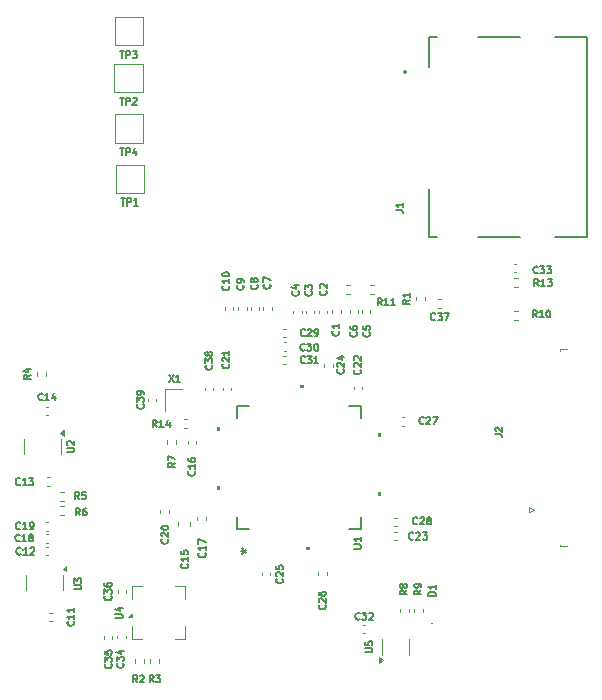
<source format=gto>
G04 #@! TF.GenerationSoftware,KiCad,Pcbnew,8.0.1*
G04 #@! TF.CreationDate,2024-05-20T13:32:06+05:00*
G04 #@! TF.ProjectId,EDP Converter,45445020-436f-46e7-9665-727465722e6b,rev?*
G04 #@! TF.SameCoordinates,Original*
G04 #@! TF.FileFunction,Legend,Top*
G04 #@! TF.FilePolarity,Positive*
%FSLAX46Y46*%
G04 Gerber Fmt 4.6, Leading zero omitted, Abs format (unit mm)*
G04 Created by KiCad (PCBNEW 8.0.1) date 2024-05-20 13:32:06*
%MOMM*%
%LPD*%
G01*
G04 APERTURE LIST*
%ADD10C,0.150000*%
%ADD11C,0.120000*%
%ADD12C,0.127000*%
%ADD13C,0.200000*%
%ADD14C,0.152400*%
%ADD15C,0.000000*%
%ADD16C,0.100000*%
G04 APERTURE END LIST*
D10*
X115189285Y-106444771D02*
X115589285Y-107044771D01*
X115589285Y-106444771D02*
X115189285Y-107044771D01*
X116132142Y-107044771D02*
X115789285Y-107044771D01*
X115960714Y-107044771D02*
X115960714Y-106444771D01*
X115960714Y-106444771D02*
X115903571Y-106530485D01*
X115903571Y-106530485D02*
X115846428Y-106587628D01*
X115846428Y-106587628D02*
X115789285Y-106616200D01*
X113012628Y-108935714D02*
X113041200Y-108964286D01*
X113041200Y-108964286D02*
X113069771Y-109050000D01*
X113069771Y-109050000D02*
X113069771Y-109107143D01*
X113069771Y-109107143D02*
X113041200Y-109192857D01*
X113041200Y-109192857D02*
X112984057Y-109250000D01*
X112984057Y-109250000D02*
X112926914Y-109278571D01*
X112926914Y-109278571D02*
X112812628Y-109307143D01*
X112812628Y-109307143D02*
X112726914Y-109307143D01*
X112726914Y-109307143D02*
X112612628Y-109278571D01*
X112612628Y-109278571D02*
X112555485Y-109250000D01*
X112555485Y-109250000D02*
X112498342Y-109192857D01*
X112498342Y-109192857D02*
X112469771Y-109107143D01*
X112469771Y-109107143D02*
X112469771Y-109050000D01*
X112469771Y-109050000D02*
X112498342Y-108964286D01*
X112498342Y-108964286D02*
X112526914Y-108935714D01*
X112469771Y-108735714D02*
X112469771Y-108364286D01*
X112469771Y-108364286D02*
X112698342Y-108564286D01*
X112698342Y-108564286D02*
X112698342Y-108478571D01*
X112698342Y-108478571D02*
X112726914Y-108421429D01*
X112726914Y-108421429D02*
X112755485Y-108392857D01*
X112755485Y-108392857D02*
X112812628Y-108364286D01*
X112812628Y-108364286D02*
X112955485Y-108364286D01*
X112955485Y-108364286D02*
X113012628Y-108392857D01*
X113012628Y-108392857D02*
X113041200Y-108421429D01*
X113041200Y-108421429D02*
X113069771Y-108478571D01*
X113069771Y-108478571D02*
X113069771Y-108650000D01*
X113069771Y-108650000D02*
X113041200Y-108707143D01*
X113041200Y-108707143D02*
X113012628Y-108735714D01*
X113069771Y-108078571D02*
X113069771Y-107964285D01*
X113069771Y-107964285D02*
X113041200Y-107907142D01*
X113041200Y-107907142D02*
X113012628Y-107878571D01*
X113012628Y-107878571D02*
X112926914Y-107821428D01*
X112926914Y-107821428D02*
X112812628Y-107792857D01*
X112812628Y-107792857D02*
X112584057Y-107792857D01*
X112584057Y-107792857D02*
X112526914Y-107821428D01*
X112526914Y-107821428D02*
X112498342Y-107850000D01*
X112498342Y-107850000D02*
X112469771Y-107907142D01*
X112469771Y-107907142D02*
X112469771Y-108021428D01*
X112469771Y-108021428D02*
X112498342Y-108078571D01*
X112498342Y-108078571D02*
X112526914Y-108107142D01*
X112526914Y-108107142D02*
X112584057Y-108135714D01*
X112584057Y-108135714D02*
X112726914Y-108135714D01*
X112726914Y-108135714D02*
X112784057Y-108107142D01*
X112784057Y-108107142D02*
X112812628Y-108078571D01*
X112812628Y-108078571D02*
X112841200Y-108021428D01*
X112841200Y-108021428D02*
X112841200Y-107907142D01*
X112841200Y-107907142D02*
X112812628Y-107850000D01*
X112812628Y-107850000D02*
X112784057Y-107821428D01*
X112784057Y-107821428D02*
X112726914Y-107792857D01*
X118812628Y-105635714D02*
X118841200Y-105664286D01*
X118841200Y-105664286D02*
X118869771Y-105750000D01*
X118869771Y-105750000D02*
X118869771Y-105807143D01*
X118869771Y-105807143D02*
X118841200Y-105892857D01*
X118841200Y-105892857D02*
X118784057Y-105950000D01*
X118784057Y-105950000D02*
X118726914Y-105978571D01*
X118726914Y-105978571D02*
X118612628Y-106007143D01*
X118612628Y-106007143D02*
X118526914Y-106007143D01*
X118526914Y-106007143D02*
X118412628Y-105978571D01*
X118412628Y-105978571D02*
X118355485Y-105950000D01*
X118355485Y-105950000D02*
X118298342Y-105892857D01*
X118298342Y-105892857D02*
X118269771Y-105807143D01*
X118269771Y-105807143D02*
X118269771Y-105750000D01*
X118269771Y-105750000D02*
X118298342Y-105664286D01*
X118298342Y-105664286D02*
X118326914Y-105635714D01*
X118269771Y-105435714D02*
X118269771Y-105064286D01*
X118269771Y-105064286D02*
X118498342Y-105264286D01*
X118498342Y-105264286D02*
X118498342Y-105178571D01*
X118498342Y-105178571D02*
X118526914Y-105121429D01*
X118526914Y-105121429D02*
X118555485Y-105092857D01*
X118555485Y-105092857D02*
X118612628Y-105064286D01*
X118612628Y-105064286D02*
X118755485Y-105064286D01*
X118755485Y-105064286D02*
X118812628Y-105092857D01*
X118812628Y-105092857D02*
X118841200Y-105121429D01*
X118841200Y-105121429D02*
X118869771Y-105178571D01*
X118869771Y-105178571D02*
X118869771Y-105350000D01*
X118869771Y-105350000D02*
X118841200Y-105407143D01*
X118841200Y-105407143D02*
X118812628Y-105435714D01*
X118526914Y-104721428D02*
X118498342Y-104778571D01*
X118498342Y-104778571D02*
X118469771Y-104807142D01*
X118469771Y-104807142D02*
X118412628Y-104835714D01*
X118412628Y-104835714D02*
X118384057Y-104835714D01*
X118384057Y-104835714D02*
X118326914Y-104807142D01*
X118326914Y-104807142D02*
X118298342Y-104778571D01*
X118298342Y-104778571D02*
X118269771Y-104721428D01*
X118269771Y-104721428D02*
X118269771Y-104607142D01*
X118269771Y-104607142D02*
X118298342Y-104550000D01*
X118298342Y-104550000D02*
X118326914Y-104521428D01*
X118326914Y-104521428D02*
X118384057Y-104492857D01*
X118384057Y-104492857D02*
X118412628Y-104492857D01*
X118412628Y-104492857D02*
X118469771Y-104521428D01*
X118469771Y-104521428D02*
X118498342Y-104550000D01*
X118498342Y-104550000D02*
X118526914Y-104607142D01*
X118526914Y-104607142D02*
X118526914Y-104721428D01*
X118526914Y-104721428D02*
X118555485Y-104778571D01*
X118555485Y-104778571D02*
X118584057Y-104807142D01*
X118584057Y-104807142D02*
X118641200Y-104835714D01*
X118641200Y-104835714D02*
X118755485Y-104835714D01*
X118755485Y-104835714D02*
X118812628Y-104807142D01*
X118812628Y-104807142D02*
X118841200Y-104778571D01*
X118841200Y-104778571D02*
X118869771Y-104721428D01*
X118869771Y-104721428D02*
X118869771Y-104607142D01*
X118869771Y-104607142D02*
X118841200Y-104550000D01*
X118841200Y-104550000D02*
X118812628Y-104521428D01*
X118812628Y-104521428D02*
X118755485Y-104492857D01*
X118755485Y-104492857D02*
X118641200Y-104492857D01*
X118641200Y-104492857D02*
X118584057Y-104521428D01*
X118584057Y-104521428D02*
X118555485Y-104550000D01*
X118555485Y-104550000D02*
X118526914Y-104607142D01*
X131339285Y-127137628D02*
X131310713Y-127166200D01*
X131310713Y-127166200D02*
X131224999Y-127194771D01*
X131224999Y-127194771D02*
X131167856Y-127194771D01*
X131167856Y-127194771D02*
X131082142Y-127166200D01*
X131082142Y-127166200D02*
X131024999Y-127109057D01*
X131024999Y-127109057D02*
X130996428Y-127051914D01*
X130996428Y-127051914D02*
X130967856Y-126937628D01*
X130967856Y-126937628D02*
X130967856Y-126851914D01*
X130967856Y-126851914D02*
X130996428Y-126737628D01*
X130996428Y-126737628D02*
X131024999Y-126680485D01*
X131024999Y-126680485D02*
X131082142Y-126623342D01*
X131082142Y-126623342D02*
X131167856Y-126594771D01*
X131167856Y-126594771D02*
X131224999Y-126594771D01*
X131224999Y-126594771D02*
X131310713Y-126623342D01*
X131310713Y-126623342D02*
X131339285Y-126651914D01*
X131539285Y-126594771D02*
X131910713Y-126594771D01*
X131910713Y-126594771D02*
X131710713Y-126823342D01*
X131710713Y-126823342D02*
X131796428Y-126823342D01*
X131796428Y-126823342D02*
X131853571Y-126851914D01*
X131853571Y-126851914D02*
X131882142Y-126880485D01*
X131882142Y-126880485D02*
X131910713Y-126937628D01*
X131910713Y-126937628D02*
X131910713Y-127080485D01*
X131910713Y-127080485D02*
X131882142Y-127137628D01*
X131882142Y-127137628D02*
X131853571Y-127166200D01*
X131853571Y-127166200D02*
X131796428Y-127194771D01*
X131796428Y-127194771D02*
X131624999Y-127194771D01*
X131624999Y-127194771D02*
X131567856Y-127166200D01*
X131567856Y-127166200D02*
X131539285Y-127137628D01*
X132139285Y-126651914D02*
X132167857Y-126623342D01*
X132167857Y-126623342D02*
X132225000Y-126594771D01*
X132225000Y-126594771D02*
X132367857Y-126594771D01*
X132367857Y-126594771D02*
X132425000Y-126623342D01*
X132425000Y-126623342D02*
X132453571Y-126651914D01*
X132453571Y-126651914D02*
X132482142Y-126709057D01*
X132482142Y-126709057D02*
X132482142Y-126766200D01*
X132482142Y-126766200D02*
X132453571Y-126851914D01*
X132453571Y-126851914D02*
X132110714Y-127194771D01*
X132110714Y-127194771D02*
X132482142Y-127194771D01*
X118237628Y-121535714D02*
X118266200Y-121564286D01*
X118266200Y-121564286D02*
X118294771Y-121650000D01*
X118294771Y-121650000D02*
X118294771Y-121707143D01*
X118294771Y-121707143D02*
X118266200Y-121792857D01*
X118266200Y-121792857D02*
X118209057Y-121850000D01*
X118209057Y-121850000D02*
X118151914Y-121878571D01*
X118151914Y-121878571D02*
X118037628Y-121907143D01*
X118037628Y-121907143D02*
X117951914Y-121907143D01*
X117951914Y-121907143D02*
X117837628Y-121878571D01*
X117837628Y-121878571D02*
X117780485Y-121850000D01*
X117780485Y-121850000D02*
X117723342Y-121792857D01*
X117723342Y-121792857D02*
X117694771Y-121707143D01*
X117694771Y-121707143D02*
X117694771Y-121650000D01*
X117694771Y-121650000D02*
X117723342Y-121564286D01*
X117723342Y-121564286D02*
X117751914Y-121535714D01*
X118294771Y-120964286D02*
X118294771Y-121307143D01*
X118294771Y-121135714D02*
X117694771Y-121135714D01*
X117694771Y-121135714D02*
X117780485Y-121192857D01*
X117780485Y-121192857D02*
X117837628Y-121250000D01*
X117837628Y-121250000D02*
X117866200Y-121307143D01*
X117694771Y-120764285D02*
X117694771Y-120364285D01*
X117694771Y-120364285D02*
X118294771Y-120621428D01*
X126689285Y-104362628D02*
X126660713Y-104391200D01*
X126660713Y-104391200D02*
X126574999Y-104419771D01*
X126574999Y-104419771D02*
X126517856Y-104419771D01*
X126517856Y-104419771D02*
X126432142Y-104391200D01*
X126432142Y-104391200D02*
X126374999Y-104334057D01*
X126374999Y-104334057D02*
X126346428Y-104276914D01*
X126346428Y-104276914D02*
X126317856Y-104162628D01*
X126317856Y-104162628D02*
X126317856Y-104076914D01*
X126317856Y-104076914D02*
X126346428Y-103962628D01*
X126346428Y-103962628D02*
X126374999Y-103905485D01*
X126374999Y-103905485D02*
X126432142Y-103848342D01*
X126432142Y-103848342D02*
X126517856Y-103819771D01*
X126517856Y-103819771D02*
X126574999Y-103819771D01*
X126574999Y-103819771D02*
X126660713Y-103848342D01*
X126660713Y-103848342D02*
X126689285Y-103876914D01*
X126889285Y-103819771D02*
X127260713Y-103819771D01*
X127260713Y-103819771D02*
X127060713Y-104048342D01*
X127060713Y-104048342D02*
X127146428Y-104048342D01*
X127146428Y-104048342D02*
X127203571Y-104076914D01*
X127203571Y-104076914D02*
X127232142Y-104105485D01*
X127232142Y-104105485D02*
X127260713Y-104162628D01*
X127260713Y-104162628D02*
X127260713Y-104305485D01*
X127260713Y-104305485D02*
X127232142Y-104362628D01*
X127232142Y-104362628D02*
X127203571Y-104391200D01*
X127203571Y-104391200D02*
X127146428Y-104419771D01*
X127146428Y-104419771D02*
X126974999Y-104419771D01*
X126974999Y-104419771D02*
X126917856Y-104391200D01*
X126917856Y-104391200D02*
X126889285Y-104362628D01*
X127632142Y-103819771D02*
X127689285Y-103819771D01*
X127689285Y-103819771D02*
X127746428Y-103848342D01*
X127746428Y-103848342D02*
X127775000Y-103876914D01*
X127775000Y-103876914D02*
X127803571Y-103934057D01*
X127803571Y-103934057D02*
X127832142Y-104048342D01*
X127832142Y-104048342D02*
X127832142Y-104191200D01*
X127832142Y-104191200D02*
X127803571Y-104305485D01*
X127803571Y-104305485D02*
X127775000Y-104362628D01*
X127775000Y-104362628D02*
X127746428Y-104391200D01*
X127746428Y-104391200D02*
X127689285Y-104419771D01*
X127689285Y-104419771D02*
X127632142Y-104419771D01*
X127632142Y-104419771D02*
X127575000Y-104391200D01*
X127575000Y-104391200D02*
X127546428Y-104362628D01*
X127546428Y-104362628D02*
X127517857Y-104305485D01*
X127517857Y-104305485D02*
X127489285Y-104191200D01*
X127489285Y-104191200D02*
X127489285Y-104048342D01*
X127489285Y-104048342D02*
X127517857Y-103934057D01*
X127517857Y-103934057D02*
X127546428Y-103876914D01*
X127546428Y-103876914D02*
X127575000Y-103848342D01*
X127575000Y-103848342D02*
X127632142Y-103819771D01*
X107602500Y-116969771D02*
X107402500Y-116684057D01*
X107259643Y-116969771D02*
X107259643Y-116369771D01*
X107259643Y-116369771D02*
X107488214Y-116369771D01*
X107488214Y-116369771D02*
X107545357Y-116398342D01*
X107545357Y-116398342D02*
X107573928Y-116426914D01*
X107573928Y-116426914D02*
X107602500Y-116484057D01*
X107602500Y-116484057D02*
X107602500Y-116569771D01*
X107602500Y-116569771D02*
X107573928Y-116626914D01*
X107573928Y-116626914D02*
X107545357Y-116655485D01*
X107545357Y-116655485D02*
X107488214Y-116684057D01*
X107488214Y-116684057D02*
X107259643Y-116684057D01*
X108145357Y-116369771D02*
X107859643Y-116369771D01*
X107859643Y-116369771D02*
X107831071Y-116655485D01*
X107831071Y-116655485D02*
X107859643Y-116626914D01*
X107859643Y-116626914D02*
X107916786Y-116598342D01*
X107916786Y-116598342D02*
X108059643Y-116598342D01*
X108059643Y-116598342D02*
X108116786Y-116626914D01*
X108116786Y-116626914D02*
X108145357Y-116655485D01*
X108145357Y-116655485D02*
X108173928Y-116712628D01*
X108173928Y-116712628D02*
X108173928Y-116855485D01*
X108173928Y-116855485D02*
X108145357Y-116912628D01*
X108145357Y-116912628D02*
X108116786Y-116941200D01*
X108116786Y-116941200D02*
X108059643Y-116969771D01*
X108059643Y-116969771D02*
X107916786Y-116969771D01*
X107916786Y-116969771D02*
X107859643Y-116941200D01*
X107859643Y-116941200D02*
X107831071Y-116912628D01*
X136764285Y-110562628D02*
X136735713Y-110591200D01*
X136735713Y-110591200D02*
X136649999Y-110619771D01*
X136649999Y-110619771D02*
X136592856Y-110619771D01*
X136592856Y-110619771D02*
X136507142Y-110591200D01*
X136507142Y-110591200D02*
X136449999Y-110534057D01*
X136449999Y-110534057D02*
X136421428Y-110476914D01*
X136421428Y-110476914D02*
X136392856Y-110362628D01*
X136392856Y-110362628D02*
X136392856Y-110276914D01*
X136392856Y-110276914D02*
X136421428Y-110162628D01*
X136421428Y-110162628D02*
X136449999Y-110105485D01*
X136449999Y-110105485D02*
X136507142Y-110048342D01*
X136507142Y-110048342D02*
X136592856Y-110019771D01*
X136592856Y-110019771D02*
X136649999Y-110019771D01*
X136649999Y-110019771D02*
X136735713Y-110048342D01*
X136735713Y-110048342D02*
X136764285Y-110076914D01*
X136992856Y-110076914D02*
X137021428Y-110048342D01*
X137021428Y-110048342D02*
X137078571Y-110019771D01*
X137078571Y-110019771D02*
X137221428Y-110019771D01*
X137221428Y-110019771D02*
X137278571Y-110048342D01*
X137278571Y-110048342D02*
X137307142Y-110076914D01*
X137307142Y-110076914D02*
X137335713Y-110134057D01*
X137335713Y-110134057D02*
X137335713Y-110191200D01*
X137335713Y-110191200D02*
X137307142Y-110276914D01*
X137307142Y-110276914D02*
X136964285Y-110619771D01*
X136964285Y-110619771D02*
X137335713Y-110619771D01*
X137535714Y-110019771D02*
X137935714Y-110019771D01*
X137935714Y-110019771D02*
X137678571Y-110619771D01*
X103487271Y-106474999D02*
X103201557Y-106674999D01*
X103487271Y-106817856D02*
X102887271Y-106817856D01*
X102887271Y-106817856D02*
X102887271Y-106589285D01*
X102887271Y-106589285D02*
X102915842Y-106532142D01*
X102915842Y-106532142D02*
X102944414Y-106503571D01*
X102944414Y-106503571D02*
X103001557Y-106474999D01*
X103001557Y-106474999D02*
X103087271Y-106474999D01*
X103087271Y-106474999D02*
X103144414Y-106503571D01*
X103144414Y-106503571D02*
X103172985Y-106532142D01*
X103172985Y-106532142D02*
X103201557Y-106589285D01*
X103201557Y-106589285D02*
X103201557Y-106817856D01*
X103087271Y-105960714D02*
X103487271Y-105960714D01*
X102858700Y-106103571D02*
X103287271Y-106246428D01*
X103287271Y-106246428D02*
X103287271Y-105874999D01*
X115719771Y-113899999D02*
X115434057Y-114099999D01*
X115719771Y-114242856D02*
X115119771Y-114242856D01*
X115119771Y-114242856D02*
X115119771Y-114014285D01*
X115119771Y-114014285D02*
X115148342Y-113957142D01*
X115148342Y-113957142D02*
X115176914Y-113928571D01*
X115176914Y-113928571D02*
X115234057Y-113899999D01*
X115234057Y-113899999D02*
X115319771Y-113899999D01*
X115319771Y-113899999D02*
X115376914Y-113928571D01*
X115376914Y-113928571D02*
X115405485Y-113957142D01*
X115405485Y-113957142D02*
X115434057Y-114014285D01*
X115434057Y-114014285D02*
X115434057Y-114242856D01*
X115119771Y-113699999D02*
X115119771Y-113299999D01*
X115119771Y-113299999D02*
X115719771Y-113557142D01*
X136239285Y-119062628D02*
X136210713Y-119091200D01*
X136210713Y-119091200D02*
X136124999Y-119119771D01*
X136124999Y-119119771D02*
X136067856Y-119119771D01*
X136067856Y-119119771D02*
X135982142Y-119091200D01*
X135982142Y-119091200D02*
X135924999Y-119034057D01*
X135924999Y-119034057D02*
X135896428Y-118976914D01*
X135896428Y-118976914D02*
X135867856Y-118862628D01*
X135867856Y-118862628D02*
X135867856Y-118776914D01*
X135867856Y-118776914D02*
X135896428Y-118662628D01*
X135896428Y-118662628D02*
X135924999Y-118605485D01*
X135924999Y-118605485D02*
X135982142Y-118548342D01*
X135982142Y-118548342D02*
X136067856Y-118519771D01*
X136067856Y-118519771D02*
X136124999Y-118519771D01*
X136124999Y-118519771D02*
X136210713Y-118548342D01*
X136210713Y-118548342D02*
X136239285Y-118576914D01*
X136467856Y-118576914D02*
X136496428Y-118548342D01*
X136496428Y-118548342D02*
X136553571Y-118519771D01*
X136553571Y-118519771D02*
X136696428Y-118519771D01*
X136696428Y-118519771D02*
X136753571Y-118548342D01*
X136753571Y-118548342D02*
X136782142Y-118576914D01*
X136782142Y-118576914D02*
X136810713Y-118634057D01*
X136810713Y-118634057D02*
X136810713Y-118691200D01*
X136810713Y-118691200D02*
X136782142Y-118776914D01*
X136782142Y-118776914D02*
X136439285Y-119119771D01*
X136439285Y-119119771D02*
X136810713Y-119119771D01*
X137153571Y-118776914D02*
X137096428Y-118748342D01*
X137096428Y-118748342D02*
X137067857Y-118719771D01*
X137067857Y-118719771D02*
X137039285Y-118662628D01*
X137039285Y-118662628D02*
X137039285Y-118634057D01*
X137039285Y-118634057D02*
X137067857Y-118576914D01*
X137067857Y-118576914D02*
X137096428Y-118548342D01*
X137096428Y-118548342D02*
X137153571Y-118519771D01*
X137153571Y-118519771D02*
X137267857Y-118519771D01*
X137267857Y-118519771D02*
X137325000Y-118548342D01*
X137325000Y-118548342D02*
X137353571Y-118576914D01*
X137353571Y-118576914D02*
X137382142Y-118634057D01*
X137382142Y-118634057D02*
X137382142Y-118662628D01*
X137382142Y-118662628D02*
X137353571Y-118719771D01*
X137353571Y-118719771D02*
X137325000Y-118748342D01*
X137325000Y-118748342D02*
X137267857Y-118776914D01*
X137267857Y-118776914D02*
X137153571Y-118776914D01*
X137153571Y-118776914D02*
X137096428Y-118805485D01*
X137096428Y-118805485D02*
X137067857Y-118834057D01*
X137067857Y-118834057D02*
X137039285Y-118891200D01*
X137039285Y-118891200D02*
X137039285Y-119005485D01*
X137039285Y-119005485D02*
X137067857Y-119062628D01*
X137067857Y-119062628D02*
X137096428Y-119091200D01*
X137096428Y-119091200D02*
X137153571Y-119119771D01*
X137153571Y-119119771D02*
X137267857Y-119119771D01*
X137267857Y-119119771D02*
X137325000Y-119091200D01*
X137325000Y-119091200D02*
X137353571Y-119062628D01*
X137353571Y-119062628D02*
X137382142Y-119005485D01*
X137382142Y-119005485D02*
X137382142Y-118891200D01*
X137382142Y-118891200D02*
X137353571Y-118834057D01*
X137353571Y-118834057D02*
X137325000Y-118805485D01*
X137325000Y-118805485D02*
X137267857Y-118776914D01*
X128487628Y-99334999D02*
X128516200Y-99363571D01*
X128516200Y-99363571D02*
X128544771Y-99449285D01*
X128544771Y-99449285D02*
X128544771Y-99506428D01*
X128544771Y-99506428D02*
X128516200Y-99592142D01*
X128516200Y-99592142D02*
X128459057Y-99649285D01*
X128459057Y-99649285D02*
X128401914Y-99677856D01*
X128401914Y-99677856D02*
X128287628Y-99706428D01*
X128287628Y-99706428D02*
X128201914Y-99706428D01*
X128201914Y-99706428D02*
X128087628Y-99677856D01*
X128087628Y-99677856D02*
X128030485Y-99649285D01*
X128030485Y-99649285D02*
X127973342Y-99592142D01*
X127973342Y-99592142D02*
X127944771Y-99506428D01*
X127944771Y-99506428D02*
X127944771Y-99449285D01*
X127944771Y-99449285D02*
X127973342Y-99363571D01*
X127973342Y-99363571D02*
X128001914Y-99334999D01*
X128001914Y-99106428D02*
X127973342Y-99077856D01*
X127973342Y-99077856D02*
X127944771Y-99020714D01*
X127944771Y-99020714D02*
X127944771Y-98877856D01*
X127944771Y-98877856D02*
X127973342Y-98820714D01*
X127973342Y-98820714D02*
X128001914Y-98792142D01*
X128001914Y-98792142D02*
X128059057Y-98763571D01*
X128059057Y-98763571D02*
X128116200Y-98763571D01*
X128116200Y-98763571D02*
X128201914Y-98792142D01*
X128201914Y-98792142D02*
X128544771Y-99134999D01*
X128544771Y-99134999D02*
X128544771Y-98763571D01*
X124797628Y-123710714D02*
X124826200Y-123739286D01*
X124826200Y-123739286D02*
X124854771Y-123825000D01*
X124854771Y-123825000D02*
X124854771Y-123882143D01*
X124854771Y-123882143D02*
X124826200Y-123967857D01*
X124826200Y-123967857D02*
X124769057Y-124025000D01*
X124769057Y-124025000D02*
X124711914Y-124053571D01*
X124711914Y-124053571D02*
X124597628Y-124082143D01*
X124597628Y-124082143D02*
X124511914Y-124082143D01*
X124511914Y-124082143D02*
X124397628Y-124053571D01*
X124397628Y-124053571D02*
X124340485Y-124025000D01*
X124340485Y-124025000D02*
X124283342Y-123967857D01*
X124283342Y-123967857D02*
X124254771Y-123882143D01*
X124254771Y-123882143D02*
X124254771Y-123825000D01*
X124254771Y-123825000D02*
X124283342Y-123739286D01*
X124283342Y-123739286D02*
X124311914Y-123710714D01*
X124311914Y-123482143D02*
X124283342Y-123453571D01*
X124283342Y-123453571D02*
X124254771Y-123396429D01*
X124254771Y-123396429D02*
X124254771Y-123253571D01*
X124254771Y-123253571D02*
X124283342Y-123196429D01*
X124283342Y-123196429D02*
X124311914Y-123167857D01*
X124311914Y-123167857D02*
X124369057Y-123139286D01*
X124369057Y-123139286D02*
X124426200Y-123139286D01*
X124426200Y-123139286D02*
X124511914Y-123167857D01*
X124511914Y-123167857D02*
X124854771Y-123510714D01*
X124854771Y-123510714D02*
X124854771Y-123139286D01*
X124254771Y-122596428D02*
X124254771Y-122882142D01*
X124254771Y-122882142D02*
X124540485Y-122910714D01*
X124540485Y-122910714D02*
X124511914Y-122882142D01*
X124511914Y-122882142D02*
X124483342Y-122825000D01*
X124483342Y-122825000D02*
X124483342Y-122682142D01*
X124483342Y-122682142D02*
X124511914Y-122625000D01*
X124511914Y-122625000D02*
X124540485Y-122596428D01*
X124540485Y-122596428D02*
X124597628Y-122567857D01*
X124597628Y-122567857D02*
X124740485Y-122567857D01*
X124740485Y-122567857D02*
X124797628Y-122596428D01*
X124797628Y-122596428D02*
X124826200Y-122625000D01*
X124826200Y-122625000D02*
X124854771Y-122682142D01*
X124854771Y-122682142D02*
X124854771Y-122825000D01*
X124854771Y-122825000D02*
X124826200Y-122882142D01*
X124826200Y-122882142D02*
X124797628Y-122910714D01*
X126714285Y-105412628D02*
X126685713Y-105441200D01*
X126685713Y-105441200D02*
X126599999Y-105469771D01*
X126599999Y-105469771D02*
X126542856Y-105469771D01*
X126542856Y-105469771D02*
X126457142Y-105441200D01*
X126457142Y-105441200D02*
X126399999Y-105384057D01*
X126399999Y-105384057D02*
X126371428Y-105326914D01*
X126371428Y-105326914D02*
X126342856Y-105212628D01*
X126342856Y-105212628D02*
X126342856Y-105126914D01*
X126342856Y-105126914D02*
X126371428Y-105012628D01*
X126371428Y-105012628D02*
X126399999Y-104955485D01*
X126399999Y-104955485D02*
X126457142Y-104898342D01*
X126457142Y-104898342D02*
X126542856Y-104869771D01*
X126542856Y-104869771D02*
X126599999Y-104869771D01*
X126599999Y-104869771D02*
X126685713Y-104898342D01*
X126685713Y-104898342D02*
X126714285Y-104926914D01*
X126914285Y-104869771D02*
X127285713Y-104869771D01*
X127285713Y-104869771D02*
X127085713Y-105098342D01*
X127085713Y-105098342D02*
X127171428Y-105098342D01*
X127171428Y-105098342D02*
X127228571Y-105126914D01*
X127228571Y-105126914D02*
X127257142Y-105155485D01*
X127257142Y-105155485D02*
X127285713Y-105212628D01*
X127285713Y-105212628D02*
X127285713Y-105355485D01*
X127285713Y-105355485D02*
X127257142Y-105412628D01*
X127257142Y-105412628D02*
X127228571Y-105441200D01*
X127228571Y-105441200D02*
X127171428Y-105469771D01*
X127171428Y-105469771D02*
X126999999Y-105469771D01*
X126999999Y-105469771D02*
X126942856Y-105441200D01*
X126942856Y-105441200D02*
X126914285Y-105412628D01*
X127857142Y-105469771D02*
X127514285Y-105469771D01*
X127685714Y-105469771D02*
X127685714Y-104869771D01*
X127685714Y-104869771D02*
X127628571Y-104955485D01*
X127628571Y-104955485D02*
X127571428Y-105012628D01*
X127571428Y-105012628D02*
X127514285Y-105041200D01*
X135894285Y-120337628D02*
X135865713Y-120366200D01*
X135865713Y-120366200D02*
X135779999Y-120394771D01*
X135779999Y-120394771D02*
X135722856Y-120394771D01*
X135722856Y-120394771D02*
X135637142Y-120366200D01*
X135637142Y-120366200D02*
X135579999Y-120309057D01*
X135579999Y-120309057D02*
X135551428Y-120251914D01*
X135551428Y-120251914D02*
X135522856Y-120137628D01*
X135522856Y-120137628D02*
X135522856Y-120051914D01*
X135522856Y-120051914D02*
X135551428Y-119937628D01*
X135551428Y-119937628D02*
X135579999Y-119880485D01*
X135579999Y-119880485D02*
X135637142Y-119823342D01*
X135637142Y-119823342D02*
X135722856Y-119794771D01*
X135722856Y-119794771D02*
X135779999Y-119794771D01*
X135779999Y-119794771D02*
X135865713Y-119823342D01*
X135865713Y-119823342D02*
X135894285Y-119851914D01*
X136122856Y-119851914D02*
X136151428Y-119823342D01*
X136151428Y-119823342D02*
X136208571Y-119794771D01*
X136208571Y-119794771D02*
X136351428Y-119794771D01*
X136351428Y-119794771D02*
X136408571Y-119823342D01*
X136408571Y-119823342D02*
X136437142Y-119851914D01*
X136437142Y-119851914D02*
X136465713Y-119909057D01*
X136465713Y-119909057D02*
X136465713Y-119966200D01*
X136465713Y-119966200D02*
X136437142Y-120051914D01*
X136437142Y-120051914D02*
X136094285Y-120394771D01*
X136094285Y-120394771D02*
X136465713Y-120394771D01*
X136665714Y-119794771D02*
X137037142Y-119794771D01*
X137037142Y-119794771D02*
X136837142Y-120023342D01*
X136837142Y-120023342D02*
X136922857Y-120023342D01*
X136922857Y-120023342D02*
X136980000Y-120051914D01*
X136980000Y-120051914D02*
X137008571Y-120080485D01*
X137008571Y-120080485D02*
X137037142Y-120137628D01*
X137037142Y-120137628D02*
X137037142Y-120280485D01*
X137037142Y-120280485D02*
X137008571Y-120337628D01*
X137008571Y-120337628D02*
X136980000Y-120366200D01*
X136980000Y-120366200D02*
X136922857Y-120394771D01*
X136922857Y-120394771D02*
X136751428Y-120394771D01*
X136751428Y-120394771D02*
X136694285Y-120366200D01*
X136694285Y-120366200D02*
X136665714Y-120337628D01*
X117362628Y-114610714D02*
X117391200Y-114639286D01*
X117391200Y-114639286D02*
X117419771Y-114725000D01*
X117419771Y-114725000D02*
X117419771Y-114782143D01*
X117419771Y-114782143D02*
X117391200Y-114867857D01*
X117391200Y-114867857D02*
X117334057Y-114925000D01*
X117334057Y-114925000D02*
X117276914Y-114953571D01*
X117276914Y-114953571D02*
X117162628Y-114982143D01*
X117162628Y-114982143D02*
X117076914Y-114982143D01*
X117076914Y-114982143D02*
X116962628Y-114953571D01*
X116962628Y-114953571D02*
X116905485Y-114925000D01*
X116905485Y-114925000D02*
X116848342Y-114867857D01*
X116848342Y-114867857D02*
X116819771Y-114782143D01*
X116819771Y-114782143D02*
X116819771Y-114725000D01*
X116819771Y-114725000D02*
X116848342Y-114639286D01*
X116848342Y-114639286D02*
X116876914Y-114610714D01*
X117419771Y-114039286D02*
X117419771Y-114382143D01*
X117419771Y-114210714D02*
X116819771Y-114210714D01*
X116819771Y-114210714D02*
X116905485Y-114267857D01*
X116905485Y-114267857D02*
X116962628Y-114325000D01*
X116962628Y-114325000D02*
X116991200Y-114382143D01*
X116819771Y-113525000D02*
X116819771Y-113639285D01*
X116819771Y-113639285D02*
X116848342Y-113696428D01*
X116848342Y-113696428D02*
X116876914Y-113725000D01*
X116876914Y-113725000D02*
X116962628Y-113782142D01*
X116962628Y-113782142D02*
X117076914Y-113810714D01*
X117076914Y-113810714D02*
X117305485Y-113810714D01*
X117305485Y-113810714D02*
X117362628Y-113782142D01*
X117362628Y-113782142D02*
X117391200Y-113753571D01*
X117391200Y-113753571D02*
X117419771Y-113696428D01*
X117419771Y-113696428D02*
X117419771Y-113582142D01*
X117419771Y-113582142D02*
X117391200Y-113525000D01*
X117391200Y-113525000D02*
X117362628Y-113496428D01*
X117362628Y-113496428D02*
X117305485Y-113467857D01*
X117305485Y-113467857D02*
X117162628Y-113467857D01*
X117162628Y-113467857D02*
X117105485Y-113496428D01*
X117105485Y-113496428D02*
X117076914Y-113525000D01*
X117076914Y-113525000D02*
X117048342Y-113582142D01*
X117048342Y-113582142D02*
X117048342Y-113696428D01*
X117048342Y-113696428D02*
X117076914Y-113753571D01*
X117076914Y-113753571D02*
X117105485Y-113782142D01*
X117105485Y-113782142D02*
X117162628Y-113810714D01*
X106569771Y-112982142D02*
X107055485Y-112982142D01*
X107055485Y-112982142D02*
X107112628Y-112953571D01*
X107112628Y-112953571D02*
X107141200Y-112925000D01*
X107141200Y-112925000D02*
X107169771Y-112867857D01*
X107169771Y-112867857D02*
X107169771Y-112753571D01*
X107169771Y-112753571D02*
X107141200Y-112696428D01*
X107141200Y-112696428D02*
X107112628Y-112667857D01*
X107112628Y-112667857D02*
X107055485Y-112639285D01*
X107055485Y-112639285D02*
X106569771Y-112639285D01*
X106626914Y-112382143D02*
X106598342Y-112353571D01*
X106598342Y-112353571D02*
X106569771Y-112296429D01*
X106569771Y-112296429D02*
X106569771Y-112153571D01*
X106569771Y-112153571D02*
X106598342Y-112096429D01*
X106598342Y-112096429D02*
X106626914Y-112067857D01*
X106626914Y-112067857D02*
X106684057Y-112039286D01*
X106684057Y-112039286D02*
X106741200Y-112039286D01*
X106741200Y-112039286D02*
X106826914Y-112067857D01*
X106826914Y-112067857D02*
X107169771Y-112410714D01*
X107169771Y-112410714D02*
X107169771Y-112039286D01*
X133214285Y-100569771D02*
X133014285Y-100284057D01*
X132871428Y-100569771D02*
X132871428Y-99969771D01*
X132871428Y-99969771D02*
X133099999Y-99969771D01*
X133099999Y-99969771D02*
X133157142Y-99998342D01*
X133157142Y-99998342D02*
X133185713Y-100026914D01*
X133185713Y-100026914D02*
X133214285Y-100084057D01*
X133214285Y-100084057D02*
X133214285Y-100169771D01*
X133214285Y-100169771D02*
X133185713Y-100226914D01*
X133185713Y-100226914D02*
X133157142Y-100255485D01*
X133157142Y-100255485D02*
X133099999Y-100284057D01*
X133099999Y-100284057D02*
X132871428Y-100284057D01*
X133785713Y-100569771D02*
X133442856Y-100569771D01*
X133614285Y-100569771D02*
X133614285Y-99969771D01*
X133614285Y-99969771D02*
X133557142Y-100055485D01*
X133557142Y-100055485D02*
X133499999Y-100112628D01*
X133499999Y-100112628D02*
X133442856Y-100141200D01*
X134357142Y-100569771D02*
X134014285Y-100569771D01*
X134185714Y-100569771D02*
X134185714Y-99969771D01*
X134185714Y-99969771D02*
X134128571Y-100055485D01*
X134128571Y-100055485D02*
X134071428Y-100112628D01*
X134071428Y-100112628D02*
X134014285Y-100141200D01*
X115087628Y-120360714D02*
X115116200Y-120389286D01*
X115116200Y-120389286D02*
X115144771Y-120475000D01*
X115144771Y-120475000D02*
X115144771Y-120532143D01*
X115144771Y-120532143D02*
X115116200Y-120617857D01*
X115116200Y-120617857D02*
X115059057Y-120675000D01*
X115059057Y-120675000D02*
X115001914Y-120703571D01*
X115001914Y-120703571D02*
X114887628Y-120732143D01*
X114887628Y-120732143D02*
X114801914Y-120732143D01*
X114801914Y-120732143D02*
X114687628Y-120703571D01*
X114687628Y-120703571D02*
X114630485Y-120675000D01*
X114630485Y-120675000D02*
X114573342Y-120617857D01*
X114573342Y-120617857D02*
X114544771Y-120532143D01*
X114544771Y-120532143D02*
X114544771Y-120475000D01*
X114544771Y-120475000D02*
X114573342Y-120389286D01*
X114573342Y-120389286D02*
X114601914Y-120360714D01*
X114601914Y-120132143D02*
X114573342Y-120103571D01*
X114573342Y-120103571D02*
X114544771Y-120046429D01*
X114544771Y-120046429D02*
X114544771Y-119903571D01*
X114544771Y-119903571D02*
X114573342Y-119846429D01*
X114573342Y-119846429D02*
X114601914Y-119817857D01*
X114601914Y-119817857D02*
X114659057Y-119789286D01*
X114659057Y-119789286D02*
X114716200Y-119789286D01*
X114716200Y-119789286D02*
X114801914Y-119817857D01*
X114801914Y-119817857D02*
X115144771Y-120160714D01*
X115144771Y-120160714D02*
X115144771Y-119789286D01*
X114544771Y-119417857D02*
X114544771Y-119360714D01*
X114544771Y-119360714D02*
X114573342Y-119303571D01*
X114573342Y-119303571D02*
X114601914Y-119275000D01*
X114601914Y-119275000D02*
X114659057Y-119246428D01*
X114659057Y-119246428D02*
X114773342Y-119217857D01*
X114773342Y-119217857D02*
X114916200Y-119217857D01*
X114916200Y-119217857D02*
X115030485Y-119246428D01*
X115030485Y-119246428D02*
X115087628Y-119275000D01*
X115087628Y-119275000D02*
X115116200Y-119303571D01*
X115116200Y-119303571D02*
X115144771Y-119360714D01*
X115144771Y-119360714D02*
X115144771Y-119417857D01*
X115144771Y-119417857D02*
X115116200Y-119475000D01*
X115116200Y-119475000D02*
X115087628Y-119503571D01*
X115087628Y-119503571D02*
X115030485Y-119532142D01*
X115030485Y-119532142D02*
X114916200Y-119560714D01*
X114916200Y-119560714D02*
X114773342Y-119560714D01*
X114773342Y-119560714D02*
X114659057Y-119532142D01*
X114659057Y-119532142D02*
X114601914Y-119503571D01*
X114601914Y-119503571D02*
X114573342Y-119475000D01*
X114573342Y-119475000D02*
X114544771Y-119417857D01*
X126714285Y-103112628D02*
X126685713Y-103141200D01*
X126685713Y-103141200D02*
X126599999Y-103169771D01*
X126599999Y-103169771D02*
X126542856Y-103169771D01*
X126542856Y-103169771D02*
X126457142Y-103141200D01*
X126457142Y-103141200D02*
X126399999Y-103084057D01*
X126399999Y-103084057D02*
X126371428Y-103026914D01*
X126371428Y-103026914D02*
X126342856Y-102912628D01*
X126342856Y-102912628D02*
X126342856Y-102826914D01*
X126342856Y-102826914D02*
X126371428Y-102712628D01*
X126371428Y-102712628D02*
X126399999Y-102655485D01*
X126399999Y-102655485D02*
X126457142Y-102598342D01*
X126457142Y-102598342D02*
X126542856Y-102569771D01*
X126542856Y-102569771D02*
X126599999Y-102569771D01*
X126599999Y-102569771D02*
X126685713Y-102598342D01*
X126685713Y-102598342D02*
X126714285Y-102626914D01*
X126942856Y-102626914D02*
X126971428Y-102598342D01*
X126971428Y-102598342D02*
X127028571Y-102569771D01*
X127028571Y-102569771D02*
X127171428Y-102569771D01*
X127171428Y-102569771D02*
X127228571Y-102598342D01*
X127228571Y-102598342D02*
X127257142Y-102626914D01*
X127257142Y-102626914D02*
X127285713Y-102684057D01*
X127285713Y-102684057D02*
X127285713Y-102741200D01*
X127285713Y-102741200D02*
X127257142Y-102826914D01*
X127257142Y-102826914D02*
X126914285Y-103169771D01*
X126914285Y-103169771D02*
X127285713Y-103169771D01*
X127571428Y-103169771D02*
X127685714Y-103169771D01*
X127685714Y-103169771D02*
X127742857Y-103141200D01*
X127742857Y-103141200D02*
X127771428Y-103112628D01*
X127771428Y-103112628D02*
X127828571Y-103026914D01*
X127828571Y-103026914D02*
X127857142Y-102912628D01*
X127857142Y-102912628D02*
X127857142Y-102684057D01*
X127857142Y-102684057D02*
X127828571Y-102626914D01*
X127828571Y-102626914D02*
X127800000Y-102598342D01*
X127800000Y-102598342D02*
X127742857Y-102569771D01*
X127742857Y-102569771D02*
X127628571Y-102569771D01*
X127628571Y-102569771D02*
X127571428Y-102598342D01*
X127571428Y-102598342D02*
X127542857Y-102626914D01*
X127542857Y-102626914D02*
X127514285Y-102684057D01*
X127514285Y-102684057D02*
X127514285Y-102826914D01*
X127514285Y-102826914D02*
X127542857Y-102884057D01*
X127542857Y-102884057D02*
X127571428Y-102912628D01*
X127571428Y-102912628D02*
X127628571Y-102941200D01*
X127628571Y-102941200D02*
X127742857Y-102941200D01*
X127742857Y-102941200D02*
X127800000Y-102912628D01*
X127800000Y-102912628D02*
X127828571Y-102884057D01*
X127828571Y-102884057D02*
X127857142Y-102826914D01*
X104501785Y-108552628D02*
X104473213Y-108581200D01*
X104473213Y-108581200D02*
X104387499Y-108609771D01*
X104387499Y-108609771D02*
X104330356Y-108609771D01*
X104330356Y-108609771D02*
X104244642Y-108581200D01*
X104244642Y-108581200D02*
X104187499Y-108524057D01*
X104187499Y-108524057D02*
X104158928Y-108466914D01*
X104158928Y-108466914D02*
X104130356Y-108352628D01*
X104130356Y-108352628D02*
X104130356Y-108266914D01*
X104130356Y-108266914D02*
X104158928Y-108152628D01*
X104158928Y-108152628D02*
X104187499Y-108095485D01*
X104187499Y-108095485D02*
X104244642Y-108038342D01*
X104244642Y-108038342D02*
X104330356Y-108009771D01*
X104330356Y-108009771D02*
X104387499Y-108009771D01*
X104387499Y-108009771D02*
X104473213Y-108038342D01*
X104473213Y-108038342D02*
X104501785Y-108066914D01*
X105073213Y-108609771D02*
X104730356Y-108609771D01*
X104901785Y-108609771D02*
X104901785Y-108009771D01*
X104901785Y-108009771D02*
X104844642Y-108095485D01*
X104844642Y-108095485D02*
X104787499Y-108152628D01*
X104787499Y-108152628D02*
X104730356Y-108181200D01*
X105587500Y-108209771D02*
X105587500Y-108609771D01*
X105444642Y-107981200D02*
X105301785Y-108409771D01*
X105301785Y-108409771D02*
X105673214Y-108409771D01*
X111117856Y-91517771D02*
X111460714Y-91517771D01*
X111289285Y-92117771D02*
X111289285Y-91517771D01*
X111660714Y-92117771D02*
X111660714Y-91517771D01*
X111660714Y-91517771D02*
X111889285Y-91517771D01*
X111889285Y-91517771D02*
X111946428Y-91546342D01*
X111946428Y-91546342D02*
X111974999Y-91574914D01*
X111974999Y-91574914D02*
X112003571Y-91632057D01*
X112003571Y-91632057D02*
X112003571Y-91717771D01*
X112003571Y-91717771D02*
X111974999Y-91774914D01*
X111974999Y-91774914D02*
X111946428Y-91803485D01*
X111946428Y-91803485D02*
X111889285Y-91832057D01*
X111889285Y-91832057D02*
X111660714Y-91832057D01*
X112574999Y-92117771D02*
X112232142Y-92117771D01*
X112403571Y-92117771D02*
X112403571Y-91517771D01*
X112403571Y-91517771D02*
X112346428Y-91603485D01*
X112346428Y-91603485D02*
X112289285Y-91660628D01*
X112289285Y-91660628D02*
X112232142Y-91689200D01*
X128412628Y-125940714D02*
X128441200Y-125969286D01*
X128441200Y-125969286D02*
X128469771Y-126055000D01*
X128469771Y-126055000D02*
X128469771Y-126112143D01*
X128469771Y-126112143D02*
X128441200Y-126197857D01*
X128441200Y-126197857D02*
X128384057Y-126255000D01*
X128384057Y-126255000D02*
X128326914Y-126283571D01*
X128326914Y-126283571D02*
X128212628Y-126312143D01*
X128212628Y-126312143D02*
X128126914Y-126312143D01*
X128126914Y-126312143D02*
X128012628Y-126283571D01*
X128012628Y-126283571D02*
X127955485Y-126255000D01*
X127955485Y-126255000D02*
X127898342Y-126197857D01*
X127898342Y-126197857D02*
X127869771Y-126112143D01*
X127869771Y-126112143D02*
X127869771Y-126055000D01*
X127869771Y-126055000D02*
X127898342Y-125969286D01*
X127898342Y-125969286D02*
X127926914Y-125940714D01*
X127926914Y-125712143D02*
X127898342Y-125683571D01*
X127898342Y-125683571D02*
X127869771Y-125626429D01*
X127869771Y-125626429D02*
X127869771Y-125483571D01*
X127869771Y-125483571D02*
X127898342Y-125426429D01*
X127898342Y-125426429D02*
X127926914Y-125397857D01*
X127926914Y-125397857D02*
X127984057Y-125369286D01*
X127984057Y-125369286D02*
X128041200Y-125369286D01*
X128041200Y-125369286D02*
X128126914Y-125397857D01*
X128126914Y-125397857D02*
X128469771Y-125740714D01*
X128469771Y-125740714D02*
X128469771Y-125369286D01*
X127869771Y-124855000D02*
X127869771Y-124969285D01*
X127869771Y-124969285D02*
X127898342Y-125026428D01*
X127898342Y-125026428D02*
X127926914Y-125055000D01*
X127926914Y-125055000D02*
X128012628Y-125112142D01*
X128012628Y-125112142D02*
X128126914Y-125140714D01*
X128126914Y-125140714D02*
X128355485Y-125140714D01*
X128355485Y-125140714D02*
X128412628Y-125112142D01*
X128412628Y-125112142D02*
X128441200Y-125083571D01*
X128441200Y-125083571D02*
X128469771Y-125026428D01*
X128469771Y-125026428D02*
X128469771Y-124912142D01*
X128469771Y-124912142D02*
X128441200Y-124855000D01*
X128441200Y-124855000D02*
X128412628Y-124826428D01*
X128412628Y-124826428D02*
X128355485Y-124797857D01*
X128355485Y-124797857D02*
X128212628Y-124797857D01*
X128212628Y-124797857D02*
X128155485Y-124826428D01*
X128155485Y-124826428D02*
X128126914Y-124855000D01*
X128126914Y-124855000D02*
X128098342Y-124912142D01*
X128098342Y-124912142D02*
X128098342Y-125026428D01*
X128098342Y-125026428D02*
X128126914Y-125083571D01*
X128126914Y-125083571D02*
X128155485Y-125112142D01*
X128155485Y-125112142D02*
X128212628Y-125140714D01*
X134414771Y-92525000D02*
X134843342Y-92525000D01*
X134843342Y-92525000D02*
X134929057Y-92553571D01*
X134929057Y-92553571D02*
X134986200Y-92610714D01*
X134986200Y-92610714D02*
X135014771Y-92696428D01*
X135014771Y-92696428D02*
X135014771Y-92753571D01*
X135014771Y-91925000D02*
X135014771Y-92267857D01*
X135014771Y-92096428D02*
X134414771Y-92096428D01*
X134414771Y-92096428D02*
X134500485Y-92153571D01*
X134500485Y-92153571D02*
X134557628Y-92210714D01*
X134557628Y-92210714D02*
X134586200Y-92267857D01*
X123737628Y-98794999D02*
X123766200Y-98823571D01*
X123766200Y-98823571D02*
X123794771Y-98909285D01*
X123794771Y-98909285D02*
X123794771Y-98966428D01*
X123794771Y-98966428D02*
X123766200Y-99052142D01*
X123766200Y-99052142D02*
X123709057Y-99109285D01*
X123709057Y-99109285D02*
X123651914Y-99137856D01*
X123651914Y-99137856D02*
X123537628Y-99166428D01*
X123537628Y-99166428D02*
X123451914Y-99166428D01*
X123451914Y-99166428D02*
X123337628Y-99137856D01*
X123337628Y-99137856D02*
X123280485Y-99109285D01*
X123280485Y-99109285D02*
X123223342Y-99052142D01*
X123223342Y-99052142D02*
X123194771Y-98966428D01*
X123194771Y-98966428D02*
X123194771Y-98909285D01*
X123194771Y-98909285D02*
X123223342Y-98823571D01*
X123223342Y-98823571D02*
X123251914Y-98794999D01*
X123194771Y-98594999D02*
X123194771Y-98194999D01*
X123194771Y-98194999D02*
X123794771Y-98452142D01*
X130869771Y-121157142D02*
X131355485Y-121157142D01*
X131355485Y-121157142D02*
X131412628Y-121128571D01*
X131412628Y-121128571D02*
X131441200Y-121100000D01*
X131441200Y-121100000D02*
X131469771Y-121042857D01*
X131469771Y-121042857D02*
X131469771Y-120928571D01*
X131469771Y-120928571D02*
X131441200Y-120871428D01*
X131441200Y-120871428D02*
X131412628Y-120842857D01*
X131412628Y-120842857D02*
X131355485Y-120814285D01*
X131355485Y-120814285D02*
X130869771Y-120814285D01*
X131469771Y-120214286D02*
X131469771Y-120557143D01*
X131469771Y-120385714D02*
X130869771Y-120385714D01*
X130869771Y-120385714D02*
X130955485Y-120442857D01*
X130955485Y-120442857D02*
X131012628Y-120500000D01*
X131012628Y-120500000D02*
X131041200Y-120557143D01*
X121273819Y-121386599D02*
X121511914Y-121386599D01*
X121416676Y-121624694D02*
X121511914Y-121386599D01*
X121511914Y-121386599D02*
X121416676Y-121148504D01*
X121702390Y-121529456D02*
X121511914Y-121386599D01*
X121511914Y-121386599D02*
X121702390Y-121243742D01*
X121273819Y-121386599D02*
X121511914Y-121386599D01*
X121416676Y-121624694D02*
X121511914Y-121386599D01*
X121511914Y-121386599D02*
X121416676Y-121148504D01*
X121702390Y-121529456D02*
X121511914Y-121386599D01*
X121511914Y-121386599D02*
X121702390Y-121243742D01*
X137769771Y-125142856D02*
X137169771Y-125142856D01*
X137169771Y-125142856D02*
X137169771Y-124999999D01*
X137169771Y-124999999D02*
X137198342Y-124914285D01*
X137198342Y-124914285D02*
X137255485Y-124857142D01*
X137255485Y-124857142D02*
X137312628Y-124828571D01*
X137312628Y-124828571D02*
X137426914Y-124799999D01*
X137426914Y-124799999D02*
X137512628Y-124799999D01*
X137512628Y-124799999D02*
X137626914Y-124828571D01*
X137626914Y-124828571D02*
X137684057Y-124857142D01*
X137684057Y-124857142D02*
X137741200Y-124914285D01*
X137741200Y-124914285D02*
X137769771Y-124999999D01*
X137769771Y-124999999D02*
X137769771Y-125142856D01*
X137769771Y-124228571D02*
X137769771Y-124571428D01*
X137769771Y-124399999D02*
X137169771Y-124399999D01*
X137169771Y-124399999D02*
X137255485Y-124457142D01*
X137255485Y-124457142D02*
X137312628Y-124514285D01*
X137312628Y-124514285D02*
X137341200Y-124571428D01*
X127262628Y-99374999D02*
X127291200Y-99403571D01*
X127291200Y-99403571D02*
X127319771Y-99489285D01*
X127319771Y-99489285D02*
X127319771Y-99546428D01*
X127319771Y-99546428D02*
X127291200Y-99632142D01*
X127291200Y-99632142D02*
X127234057Y-99689285D01*
X127234057Y-99689285D02*
X127176914Y-99717856D01*
X127176914Y-99717856D02*
X127062628Y-99746428D01*
X127062628Y-99746428D02*
X126976914Y-99746428D01*
X126976914Y-99746428D02*
X126862628Y-99717856D01*
X126862628Y-99717856D02*
X126805485Y-99689285D01*
X126805485Y-99689285D02*
X126748342Y-99632142D01*
X126748342Y-99632142D02*
X126719771Y-99546428D01*
X126719771Y-99546428D02*
X126719771Y-99489285D01*
X126719771Y-99489285D02*
X126748342Y-99403571D01*
X126748342Y-99403571D02*
X126776914Y-99374999D01*
X126719771Y-99174999D02*
X126719771Y-98803571D01*
X126719771Y-98803571D02*
X126948342Y-99003571D01*
X126948342Y-99003571D02*
X126948342Y-98917856D01*
X126948342Y-98917856D02*
X126976914Y-98860714D01*
X126976914Y-98860714D02*
X127005485Y-98832142D01*
X127005485Y-98832142D02*
X127062628Y-98803571D01*
X127062628Y-98803571D02*
X127205485Y-98803571D01*
X127205485Y-98803571D02*
X127262628Y-98832142D01*
X127262628Y-98832142D02*
X127291200Y-98860714D01*
X127291200Y-98860714D02*
X127319771Y-98917856D01*
X127319771Y-98917856D02*
X127319771Y-99089285D01*
X127319771Y-99089285D02*
X127291200Y-99146428D01*
X127291200Y-99146428D02*
X127262628Y-99174999D01*
X129962628Y-105985714D02*
X129991200Y-106014286D01*
X129991200Y-106014286D02*
X130019771Y-106100000D01*
X130019771Y-106100000D02*
X130019771Y-106157143D01*
X130019771Y-106157143D02*
X129991200Y-106242857D01*
X129991200Y-106242857D02*
X129934057Y-106300000D01*
X129934057Y-106300000D02*
X129876914Y-106328571D01*
X129876914Y-106328571D02*
X129762628Y-106357143D01*
X129762628Y-106357143D02*
X129676914Y-106357143D01*
X129676914Y-106357143D02*
X129562628Y-106328571D01*
X129562628Y-106328571D02*
X129505485Y-106300000D01*
X129505485Y-106300000D02*
X129448342Y-106242857D01*
X129448342Y-106242857D02*
X129419771Y-106157143D01*
X129419771Y-106157143D02*
X129419771Y-106100000D01*
X129419771Y-106100000D02*
X129448342Y-106014286D01*
X129448342Y-106014286D02*
X129476914Y-105985714D01*
X129476914Y-105757143D02*
X129448342Y-105728571D01*
X129448342Y-105728571D02*
X129419771Y-105671429D01*
X129419771Y-105671429D02*
X129419771Y-105528571D01*
X129419771Y-105528571D02*
X129448342Y-105471429D01*
X129448342Y-105471429D02*
X129476914Y-105442857D01*
X129476914Y-105442857D02*
X129534057Y-105414286D01*
X129534057Y-105414286D02*
X129591200Y-105414286D01*
X129591200Y-105414286D02*
X129676914Y-105442857D01*
X129676914Y-105442857D02*
X130019771Y-105785714D01*
X130019771Y-105785714D02*
X130019771Y-105414286D01*
X129619771Y-104900000D02*
X130019771Y-104900000D01*
X129391200Y-105042857D02*
X129819771Y-105185714D01*
X129819771Y-105185714D02*
X129819771Y-104814285D01*
X110287628Y-130930714D02*
X110316200Y-130959286D01*
X110316200Y-130959286D02*
X110344771Y-131045000D01*
X110344771Y-131045000D02*
X110344771Y-131102143D01*
X110344771Y-131102143D02*
X110316200Y-131187857D01*
X110316200Y-131187857D02*
X110259057Y-131245000D01*
X110259057Y-131245000D02*
X110201914Y-131273571D01*
X110201914Y-131273571D02*
X110087628Y-131302143D01*
X110087628Y-131302143D02*
X110001914Y-131302143D01*
X110001914Y-131302143D02*
X109887628Y-131273571D01*
X109887628Y-131273571D02*
X109830485Y-131245000D01*
X109830485Y-131245000D02*
X109773342Y-131187857D01*
X109773342Y-131187857D02*
X109744771Y-131102143D01*
X109744771Y-131102143D02*
X109744771Y-131045000D01*
X109744771Y-131045000D02*
X109773342Y-130959286D01*
X109773342Y-130959286D02*
X109801914Y-130930714D01*
X109744771Y-130730714D02*
X109744771Y-130359286D01*
X109744771Y-130359286D02*
X109973342Y-130559286D01*
X109973342Y-130559286D02*
X109973342Y-130473571D01*
X109973342Y-130473571D02*
X110001914Y-130416429D01*
X110001914Y-130416429D02*
X110030485Y-130387857D01*
X110030485Y-130387857D02*
X110087628Y-130359286D01*
X110087628Y-130359286D02*
X110230485Y-130359286D01*
X110230485Y-130359286D02*
X110287628Y-130387857D01*
X110287628Y-130387857D02*
X110316200Y-130416429D01*
X110316200Y-130416429D02*
X110344771Y-130473571D01*
X110344771Y-130473571D02*
X110344771Y-130645000D01*
X110344771Y-130645000D02*
X110316200Y-130702143D01*
X110316200Y-130702143D02*
X110287628Y-130730714D01*
X109744771Y-129816428D02*
X109744771Y-130102142D01*
X109744771Y-130102142D02*
X110030485Y-130130714D01*
X110030485Y-130130714D02*
X110001914Y-130102142D01*
X110001914Y-130102142D02*
X109973342Y-130045000D01*
X109973342Y-130045000D02*
X109973342Y-129902142D01*
X109973342Y-129902142D02*
X110001914Y-129845000D01*
X110001914Y-129845000D02*
X110030485Y-129816428D01*
X110030485Y-129816428D02*
X110087628Y-129787857D01*
X110087628Y-129787857D02*
X110230485Y-129787857D01*
X110230485Y-129787857D02*
X110287628Y-129816428D01*
X110287628Y-129816428D02*
X110316200Y-129845000D01*
X110316200Y-129845000D02*
X110344771Y-129902142D01*
X110344771Y-129902142D02*
X110344771Y-130045000D01*
X110344771Y-130045000D02*
X110316200Y-130102142D01*
X110316200Y-130102142D02*
X110287628Y-130130714D01*
X120262628Y-98925714D02*
X120291200Y-98954286D01*
X120291200Y-98954286D02*
X120319771Y-99040000D01*
X120319771Y-99040000D02*
X120319771Y-99097143D01*
X120319771Y-99097143D02*
X120291200Y-99182857D01*
X120291200Y-99182857D02*
X120234057Y-99240000D01*
X120234057Y-99240000D02*
X120176914Y-99268571D01*
X120176914Y-99268571D02*
X120062628Y-99297143D01*
X120062628Y-99297143D02*
X119976914Y-99297143D01*
X119976914Y-99297143D02*
X119862628Y-99268571D01*
X119862628Y-99268571D02*
X119805485Y-99240000D01*
X119805485Y-99240000D02*
X119748342Y-99182857D01*
X119748342Y-99182857D02*
X119719771Y-99097143D01*
X119719771Y-99097143D02*
X119719771Y-99040000D01*
X119719771Y-99040000D02*
X119748342Y-98954286D01*
X119748342Y-98954286D02*
X119776914Y-98925714D01*
X120319771Y-98354286D02*
X120319771Y-98697143D01*
X120319771Y-98525714D02*
X119719771Y-98525714D01*
X119719771Y-98525714D02*
X119805485Y-98582857D01*
X119805485Y-98582857D02*
X119862628Y-98640000D01*
X119862628Y-98640000D02*
X119891200Y-98697143D01*
X119719771Y-97982857D02*
X119719771Y-97925714D01*
X119719771Y-97925714D02*
X119748342Y-97868571D01*
X119748342Y-97868571D02*
X119776914Y-97840000D01*
X119776914Y-97840000D02*
X119834057Y-97811428D01*
X119834057Y-97811428D02*
X119948342Y-97782857D01*
X119948342Y-97782857D02*
X120091200Y-97782857D01*
X120091200Y-97782857D02*
X120205485Y-97811428D01*
X120205485Y-97811428D02*
X120262628Y-97840000D01*
X120262628Y-97840000D02*
X120291200Y-97868571D01*
X120291200Y-97868571D02*
X120319771Y-97925714D01*
X120319771Y-97925714D02*
X120319771Y-97982857D01*
X120319771Y-97982857D02*
X120291200Y-98040000D01*
X120291200Y-98040000D02*
X120262628Y-98068571D01*
X120262628Y-98068571D02*
X120205485Y-98097142D01*
X120205485Y-98097142D02*
X120091200Y-98125714D01*
X120091200Y-98125714D02*
X119948342Y-98125714D01*
X119948342Y-98125714D02*
X119834057Y-98097142D01*
X119834057Y-98097142D02*
X119776914Y-98068571D01*
X119776914Y-98068571D02*
X119748342Y-98040000D01*
X119748342Y-98040000D02*
X119719771Y-97982857D01*
X102576785Y-115712628D02*
X102548213Y-115741200D01*
X102548213Y-115741200D02*
X102462499Y-115769771D01*
X102462499Y-115769771D02*
X102405356Y-115769771D01*
X102405356Y-115769771D02*
X102319642Y-115741200D01*
X102319642Y-115741200D02*
X102262499Y-115684057D01*
X102262499Y-115684057D02*
X102233928Y-115626914D01*
X102233928Y-115626914D02*
X102205356Y-115512628D01*
X102205356Y-115512628D02*
X102205356Y-115426914D01*
X102205356Y-115426914D02*
X102233928Y-115312628D01*
X102233928Y-115312628D02*
X102262499Y-115255485D01*
X102262499Y-115255485D02*
X102319642Y-115198342D01*
X102319642Y-115198342D02*
X102405356Y-115169771D01*
X102405356Y-115169771D02*
X102462499Y-115169771D01*
X102462499Y-115169771D02*
X102548213Y-115198342D01*
X102548213Y-115198342D02*
X102576785Y-115226914D01*
X103148213Y-115769771D02*
X102805356Y-115769771D01*
X102976785Y-115769771D02*
X102976785Y-115169771D01*
X102976785Y-115169771D02*
X102919642Y-115255485D01*
X102919642Y-115255485D02*
X102862499Y-115312628D01*
X102862499Y-115312628D02*
X102805356Y-115341200D01*
X103348214Y-115169771D02*
X103719642Y-115169771D01*
X103719642Y-115169771D02*
X103519642Y-115398342D01*
X103519642Y-115398342D02*
X103605357Y-115398342D01*
X103605357Y-115398342D02*
X103662500Y-115426914D01*
X103662500Y-115426914D02*
X103691071Y-115455485D01*
X103691071Y-115455485D02*
X103719642Y-115512628D01*
X103719642Y-115512628D02*
X103719642Y-115655485D01*
X103719642Y-115655485D02*
X103691071Y-115712628D01*
X103691071Y-115712628D02*
X103662500Y-115741200D01*
X103662500Y-115741200D02*
X103605357Y-115769771D01*
X103605357Y-115769771D02*
X103433928Y-115769771D01*
X103433928Y-115769771D02*
X103376785Y-115741200D01*
X103376785Y-115741200D02*
X103348214Y-115712628D01*
X111312628Y-130885714D02*
X111341200Y-130914286D01*
X111341200Y-130914286D02*
X111369771Y-131000000D01*
X111369771Y-131000000D02*
X111369771Y-131057143D01*
X111369771Y-131057143D02*
X111341200Y-131142857D01*
X111341200Y-131142857D02*
X111284057Y-131200000D01*
X111284057Y-131200000D02*
X111226914Y-131228571D01*
X111226914Y-131228571D02*
X111112628Y-131257143D01*
X111112628Y-131257143D02*
X111026914Y-131257143D01*
X111026914Y-131257143D02*
X110912628Y-131228571D01*
X110912628Y-131228571D02*
X110855485Y-131200000D01*
X110855485Y-131200000D02*
X110798342Y-131142857D01*
X110798342Y-131142857D02*
X110769771Y-131057143D01*
X110769771Y-131057143D02*
X110769771Y-131000000D01*
X110769771Y-131000000D02*
X110798342Y-130914286D01*
X110798342Y-130914286D02*
X110826914Y-130885714D01*
X110769771Y-130685714D02*
X110769771Y-130314286D01*
X110769771Y-130314286D02*
X110998342Y-130514286D01*
X110998342Y-130514286D02*
X110998342Y-130428571D01*
X110998342Y-130428571D02*
X111026914Y-130371429D01*
X111026914Y-130371429D02*
X111055485Y-130342857D01*
X111055485Y-130342857D02*
X111112628Y-130314286D01*
X111112628Y-130314286D02*
X111255485Y-130314286D01*
X111255485Y-130314286D02*
X111312628Y-130342857D01*
X111312628Y-130342857D02*
X111341200Y-130371429D01*
X111341200Y-130371429D02*
X111369771Y-130428571D01*
X111369771Y-130428571D02*
X111369771Y-130600000D01*
X111369771Y-130600000D02*
X111341200Y-130657143D01*
X111341200Y-130657143D02*
X111312628Y-130685714D01*
X110969771Y-129800000D02*
X111369771Y-129800000D01*
X110741200Y-129942857D02*
X111169771Y-130085714D01*
X111169771Y-130085714D02*
X111169771Y-129714285D01*
X132162628Y-102849999D02*
X132191200Y-102878571D01*
X132191200Y-102878571D02*
X132219771Y-102964285D01*
X132219771Y-102964285D02*
X132219771Y-103021428D01*
X132219771Y-103021428D02*
X132191200Y-103107142D01*
X132191200Y-103107142D02*
X132134057Y-103164285D01*
X132134057Y-103164285D02*
X132076914Y-103192856D01*
X132076914Y-103192856D02*
X131962628Y-103221428D01*
X131962628Y-103221428D02*
X131876914Y-103221428D01*
X131876914Y-103221428D02*
X131762628Y-103192856D01*
X131762628Y-103192856D02*
X131705485Y-103164285D01*
X131705485Y-103164285D02*
X131648342Y-103107142D01*
X131648342Y-103107142D02*
X131619771Y-103021428D01*
X131619771Y-103021428D02*
X131619771Y-102964285D01*
X131619771Y-102964285D02*
X131648342Y-102878571D01*
X131648342Y-102878571D02*
X131676914Y-102849999D01*
X131619771Y-102307142D02*
X131619771Y-102592856D01*
X131619771Y-102592856D02*
X131905485Y-102621428D01*
X131905485Y-102621428D02*
X131876914Y-102592856D01*
X131876914Y-102592856D02*
X131848342Y-102535714D01*
X131848342Y-102535714D02*
X131848342Y-102392856D01*
X131848342Y-102392856D02*
X131876914Y-102335714D01*
X131876914Y-102335714D02*
X131905485Y-102307142D01*
X131905485Y-102307142D02*
X131962628Y-102278571D01*
X131962628Y-102278571D02*
X132105485Y-102278571D01*
X132105485Y-102278571D02*
X132162628Y-102307142D01*
X132162628Y-102307142D02*
X132191200Y-102335714D01*
X132191200Y-102335714D02*
X132219771Y-102392856D01*
X132219771Y-102392856D02*
X132219771Y-102535714D01*
X132219771Y-102535714D02*
X132191200Y-102592856D01*
X132191200Y-102592856D02*
X132162628Y-102621428D01*
X131062628Y-102849999D02*
X131091200Y-102878571D01*
X131091200Y-102878571D02*
X131119771Y-102964285D01*
X131119771Y-102964285D02*
X131119771Y-103021428D01*
X131119771Y-103021428D02*
X131091200Y-103107142D01*
X131091200Y-103107142D02*
X131034057Y-103164285D01*
X131034057Y-103164285D02*
X130976914Y-103192856D01*
X130976914Y-103192856D02*
X130862628Y-103221428D01*
X130862628Y-103221428D02*
X130776914Y-103221428D01*
X130776914Y-103221428D02*
X130662628Y-103192856D01*
X130662628Y-103192856D02*
X130605485Y-103164285D01*
X130605485Y-103164285D02*
X130548342Y-103107142D01*
X130548342Y-103107142D02*
X130519771Y-103021428D01*
X130519771Y-103021428D02*
X130519771Y-102964285D01*
X130519771Y-102964285D02*
X130548342Y-102878571D01*
X130548342Y-102878571D02*
X130576914Y-102849999D01*
X130519771Y-102335714D02*
X130519771Y-102449999D01*
X130519771Y-102449999D02*
X130548342Y-102507142D01*
X130548342Y-102507142D02*
X130576914Y-102535714D01*
X130576914Y-102535714D02*
X130662628Y-102592856D01*
X130662628Y-102592856D02*
X130776914Y-102621428D01*
X130776914Y-102621428D02*
X131005485Y-102621428D01*
X131005485Y-102621428D02*
X131062628Y-102592856D01*
X131062628Y-102592856D02*
X131091200Y-102564285D01*
X131091200Y-102564285D02*
X131119771Y-102507142D01*
X131119771Y-102507142D02*
X131119771Y-102392856D01*
X131119771Y-102392856D02*
X131091200Y-102335714D01*
X131091200Y-102335714D02*
X131062628Y-102307142D01*
X131062628Y-102307142D02*
X131005485Y-102278571D01*
X131005485Y-102278571D02*
X130862628Y-102278571D01*
X130862628Y-102278571D02*
X130805485Y-102307142D01*
X130805485Y-102307142D02*
X130776914Y-102335714D01*
X130776914Y-102335714D02*
X130748342Y-102392856D01*
X130748342Y-102392856D02*
X130748342Y-102507142D01*
X130748342Y-102507142D02*
X130776914Y-102564285D01*
X130776914Y-102564285D02*
X130805485Y-102592856D01*
X130805485Y-102592856D02*
X130862628Y-102621428D01*
X135369771Y-124699999D02*
X135084057Y-124899999D01*
X135369771Y-125042856D02*
X134769771Y-125042856D01*
X134769771Y-125042856D02*
X134769771Y-124814285D01*
X134769771Y-124814285D02*
X134798342Y-124757142D01*
X134798342Y-124757142D02*
X134826914Y-124728571D01*
X134826914Y-124728571D02*
X134884057Y-124699999D01*
X134884057Y-124699999D02*
X134969771Y-124699999D01*
X134969771Y-124699999D02*
X135026914Y-124728571D01*
X135026914Y-124728571D02*
X135055485Y-124757142D01*
X135055485Y-124757142D02*
X135084057Y-124814285D01*
X135084057Y-124814285D02*
X135084057Y-125042856D01*
X135026914Y-124357142D02*
X134998342Y-124414285D01*
X134998342Y-124414285D02*
X134969771Y-124442856D01*
X134969771Y-124442856D02*
X134912628Y-124471428D01*
X134912628Y-124471428D02*
X134884057Y-124471428D01*
X134884057Y-124471428D02*
X134826914Y-124442856D01*
X134826914Y-124442856D02*
X134798342Y-124414285D01*
X134798342Y-124414285D02*
X134769771Y-124357142D01*
X134769771Y-124357142D02*
X134769771Y-124242856D01*
X134769771Y-124242856D02*
X134798342Y-124185714D01*
X134798342Y-124185714D02*
X134826914Y-124157142D01*
X134826914Y-124157142D02*
X134884057Y-124128571D01*
X134884057Y-124128571D02*
X134912628Y-124128571D01*
X134912628Y-124128571D02*
X134969771Y-124157142D01*
X134969771Y-124157142D02*
X134998342Y-124185714D01*
X134998342Y-124185714D02*
X135026914Y-124242856D01*
X135026914Y-124242856D02*
X135026914Y-124357142D01*
X135026914Y-124357142D02*
X135055485Y-124414285D01*
X135055485Y-124414285D02*
X135084057Y-124442856D01*
X135084057Y-124442856D02*
X135141200Y-124471428D01*
X135141200Y-124471428D02*
X135255485Y-124471428D01*
X135255485Y-124471428D02*
X135312628Y-124442856D01*
X135312628Y-124442856D02*
X135341200Y-124414285D01*
X135341200Y-124414285D02*
X135369771Y-124357142D01*
X135369771Y-124357142D02*
X135369771Y-124242856D01*
X135369771Y-124242856D02*
X135341200Y-124185714D01*
X135341200Y-124185714D02*
X135312628Y-124157142D01*
X135312628Y-124157142D02*
X135255485Y-124128571D01*
X135255485Y-124128571D02*
X135141200Y-124128571D01*
X135141200Y-124128571D02*
X135084057Y-124157142D01*
X135084057Y-124157142D02*
X135055485Y-124185714D01*
X135055485Y-124185714D02*
X135026914Y-124242856D01*
X111042856Y-87267771D02*
X111385714Y-87267771D01*
X111214285Y-87867771D02*
X111214285Y-87267771D01*
X111585714Y-87867771D02*
X111585714Y-87267771D01*
X111585714Y-87267771D02*
X111814285Y-87267771D01*
X111814285Y-87267771D02*
X111871428Y-87296342D01*
X111871428Y-87296342D02*
X111899999Y-87324914D01*
X111899999Y-87324914D02*
X111928571Y-87382057D01*
X111928571Y-87382057D02*
X111928571Y-87467771D01*
X111928571Y-87467771D02*
X111899999Y-87524914D01*
X111899999Y-87524914D02*
X111871428Y-87553485D01*
X111871428Y-87553485D02*
X111814285Y-87582057D01*
X111814285Y-87582057D02*
X111585714Y-87582057D01*
X112442857Y-87467771D02*
X112442857Y-87867771D01*
X112299999Y-87239200D02*
X112157142Y-87667771D01*
X112157142Y-87667771D02*
X112528571Y-87667771D01*
X111017856Y-82992771D02*
X111360714Y-82992771D01*
X111189285Y-83592771D02*
X111189285Y-82992771D01*
X111560714Y-83592771D02*
X111560714Y-82992771D01*
X111560714Y-82992771D02*
X111789285Y-82992771D01*
X111789285Y-82992771D02*
X111846428Y-83021342D01*
X111846428Y-83021342D02*
X111874999Y-83049914D01*
X111874999Y-83049914D02*
X111903571Y-83107057D01*
X111903571Y-83107057D02*
X111903571Y-83192771D01*
X111903571Y-83192771D02*
X111874999Y-83249914D01*
X111874999Y-83249914D02*
X111846428Y-83278485D01*
X111846428Y-83278485D02*
X111789285Y-83307057D01*
X111789285Y-83307057D02*
X111560714Y-83307057D01*
X112132142Y-83049914D02*
X112160714Y-83021342D01*
X112160714Y-83021342D02*
X112217857Y-82992771D01*
X112217857Y-82992771D02*
X112360714Y-82992771D01*
X112360714Y-82992771D02*
X112417857Y-83021342D01*
X112417857Y-83021342D02*
X112446428Y-83049914D01*
X112446428Y-83049914D02*
X112474999Y-83107057D01*
X112474999Y-83107057D02*
X112474999Y-83164200D01*
X112474999Y-83164200D02*
X112446428Y-83249914D01*
X112446428Y-83249914D02*
X112103571Y-83592771D01*
X112103571Y-83592771D02*
X112474999Y-83592771D01*
X113900000Y-132469771D02*
X113700000Y-132184057D01*
X113557143Y-132469771D02*
X113557143Y-131869771D01*
X113557143Y-131869771D02*
X113785714Y-131869771D01*
X113785714Y-131869771D02*
X113842857Y-131898342D01*
X113842857Y-131898342D02*
X113871428Y-131926914D01*
X113871428Y-131926914D02*
X113900000Y-131984057D01*
X113900000Y-131984057D02*
X113900000Y-132069771D01*
X113900000Y-132069771D02*
X113871428Y-132126914D01*
X113871428Y-132126914D02*
X113842857Y-132155485D01*
X113842857Y-132155485D02*
X113785714Y-132184057D01*
X113785714Y-132184057D02*
X113557143Y-132184057D01*
X114100000Y-131869771D02*
X114471428Y-131869771D01*
X114471428Y-131869771D02*
X114271428Y-132098342D01*
X114271428Y-132098342D02*
X114357143Y-132098342D01*
X114357143Y-132098342D02*
X114414286Y-132126914D01*
X114414286Y-132126914D02*
X114442857Y-132155485D01*
X114442857Y-132155485D02*
X114471428Y-132212628D01*
X114471428Y-132212628D02*
X114471428Y-132355485D01*
X114471428Y-132355485D02*
X114442857Y-132412628D01*
X114442857Y-132412628D02*
X114414286Y-132441200D01*
X114414286Y-132441200D02*
X114357143Y-132469771D01*
X114357143Y-132469771D02*
X114185714Y-132469771D01*
X114185714Y-132469771D02*
X114128571Y-132441200D01*
X114128571Y-132441200D02*
X114100000Y-132412628D01*
X146414285Y-97812628D02*
X146385713Y-97841200D01*
X146385713Y-97841200D02*
X146299999Y-97869771D01*
X146299999Y-97869771D02*
X146242856Y-97869771D01*
X146242856Y-97869771D02*
X146157142Y-97841200D01*
X146157142Y-97841200D02*
X146099999Y-97784057D01*
X146099999Y-97784057D02*
X146071428Y-97726914D01*
X146071428Y-97726914D02*
X146042856Y-97612628D01*
X146042856Y-97612628D02*
X146042856Y-97526914D01*
X146042856Y-97526914D02*
X146071428Y-97412628D01*
X146071428Y-97412628D02*
X146099999Y-97355485D01*
X146099999Y-97355485D02*
X146157142Y-97298342D01*
X146157142Y-97298342D02*
X146242856Y-97269771D01*
X146242856Y-97269771D02*
X146299999Y-97269771D01*
X146299999Y-97269771D02*
X146385713Y-97298342D01*
X146385713Y-97298342D02*
X146414285Y-97326914D01*
X146614285Y-97269771D02*
X146985713Y-97269771D01*
X146985713Y-97269771D02*
X146785713Y-97498342D01*
X146785713Y-97498342D02*
X146871428Y-97498342D01*
X146871428Y-97498342D02*
X146928571Y-97526914D01*
X146928571Y-97526914D02*
X146957142Y-97555485D01*
X146957142Y-97555485D02*
X146985713Y-97612628D01*
X146985713Y-97612628D02*
X146985713Y-97755485D01*
X146985713Y-97755485D02*
X146957142Y-97812628D01*
X146957142Y-97812628D02*
X146928571Y-97841200D01*
X146928571Y-97841200D02*
X146871428Y-97869771D01*
X146871428Y-97869771D02*
X146699999Y-97869771D01*
X146699999Y-97869771D02*
X146642856Y-97841200D01*
X146642856Y-97841200D02*
X146614285Y-97812628D01*
X147185714Y-97269771D02*
X147557142Y-97269771D01*
X147557142Y-97269771D02*
X147357142Y-97498342D01*
X147357142Y-97498342D02*
X147442857Y-97498342D01*
X147442857Y-97498342D02*
X147500000Y-97526914D01*
X147500000Y-97526914D02*
X147528571Y-97555485D01*
X147528571Y-97555485D02*
X147557142Y-97612628D01*
X147557142Y-97612628D02*
X147557142Y-97755485D01*
X147557142Y-97755485D02*
X147528571Y-97812628D01*
X147528571Y-97812628D02*
X147500000Y-97841200D01*
X147500000Y-97841200D02*
X147442857Y-97869771D01*
X147442857Y-97869771D02*
X147271428Y-97869771D01*
X147271428Y-97869771D02*
X147214285Y-97841200D01*
X147214285Y-97841200D02*
X147185714Y-97812628D01*
X110669771Y-127057142D02*
X111155485Y-127057142D01*
X111155485Y-127057142D02*
X111212628Y-127028571D01*
X111212628Y-127028571D02*
X111241200Y-127000000D01*
X111241200Y-127000000D02*
X111269771Y-126942857D01*
X111269771Y-126942857D02*
X111269771Y-126828571D01*
X111269771Y-126828571D02*
X111241200Y-126771428D01*
X111241200Y-126771428D02*
X111212628Y-126742857D01*
X111212628Y-126742857D02*
X111155485Y-126714285D01*
X111155485Y-126714285D02*
X110669771Y-126714285D01*
X110869771Y-126171429D02*
X111269771Y-126171429D01*
X110641200Y-126314286D02*
X111069771Y-126457143D01*
X111069771Y-126457143D02*
X111069771Y-126085714D01*
X107125128Y-127323214D02*
X107153700Y-127351786D01*
X107153700Y-127351786D02*
X107182271Y-127437500D01*
X107182271Y-127437500D02*
X107182271Y-127494643D01*
X107182271Y-127494643D02*
X107153700Y-127580357D01*
X107153700Y-127580357D02*
X107096557Y-127637500D01*
X107096557Y-127637500D02*
X107039414Y-127666071D01*
X107039414Y-127666071D02*
X106925128Y-127694643D01*
X106925128Y-127694643D02*
X106839414Y-127694643D01*
X106839414Y-127694643D02*
X106725128Y-127666071D01*
X106725128Y-127666071D02*
X106667985Y-127637500D01*
X106667985Y-127637500D02*
X106610842Y-127580357D01*
X106610842Y-127580357D02*
X106582271Y-127494643D01*
X106582271Y-127494643D02*
X106582271Y-127437500D01*
X106582271Y-127437500D02*
X106610842Y-127351786D01*
X106610842Y-127351786D02*
X106639414Y-127323214D01*
X107182271Y-126751786D02*
X107182271Y-127094643D01*
X107182271Y-126923214D02*
X106582271Y-126923214D01*
X106582271Y-126923214D02*
X106667985Y-126980357D01*
X106667985Y-126980357D02*
X106725128Y-127037500D01*
X106725128Y-127037500D02*
X106753700Y-127094643D01*
X107182271Y-126180357D02*
X107182271Y-126523214D01*
X107182271Y-126351785D02*
X106582271Y-126351785D01*
X106582271Y-126351785D02*
X106667985Y-126408928D01*
X106667985Y-126408928D02*
X106725128Y-126466071D01*
X106725128Y-126466071D02*
X106753700Y-126523214D01*
X135569771Y-100099999D02*
X135284057Y-100299999D01*
X135569771Y-100442856D02*
X134969771Y-100442856D01*
X134969771Y-100442856D02*
X134969771Y-100214285D01*
X134969771Y-100214285D02*
X134998342Y-100157142D01*
X134998342Y-100157142D02*
X135026914Y-100128571D01*
X135026914Y-100128571D02*
X135084057Y-100099999D01*
X135084057Y-100099999D02*
X135169771Y-100099999D01*
X135169771Y-100099999D02*
X135226914Y-100128571D01*
X135226914Y-100128571D02*
X135255485Y-100157142D01*
X135255485Y-100157142D02*
X135284057Y-100214285D01*
X135284057Y-100214285D02*
X135284057Y-100442856D01*
X135569771Y-99528571D02*
X135569771Y-99871428D01*
X135569771Y-99699999D02*
X134969771Y-99699999D01*
X134969771Y-99699999D02*
X135055485Y-99757142D01*
X135055485Y-99757142D02*
X135112628Y-99814285D01*
X135112628Y-99814285D02*
X135141200Y-99871428D01*
X129562628Y-102749999D02*
X129591200Y-102778571D01*
X129591200Y-102778571D02*
X129619771Y-102864285D01*
X129619771Y-102864285D02*
X129619771Y-102921428D01*
X129619771Y-102921428D02*
X129591200Y-103007142D01*
X129591200Y-103007142D02*
X129534057Y-103064285D01*
X129534057Y-103064285D02*
X129476914Y-103092856D01*
X129476914Y-103092856D02*
X129362628Y-103121428D01*
X129362628Y-103121428D02*
X129276914Y-103121428D01*
X129276914Y-103121428D02*
X129162628Y-103092856D01*
X129162628Y-103092856D02*
X129105485Y-103064285D01*
X129105485Y-103064285D02*
X129048342Y-103007142D01*
X129048342Y-103007142D02*
X129019771Y-102921428D01*
X129019771Y-102921428D02*
X129019771Y-102864285D01*
X129019771Y-102864285D02*
X129048342Y-102778571D01*
X129048342Y-102778571D02*
X129076914Y-102749999D01*
X129619771Y-102178571D02*
X129619771Y-102521428D01*
X129619771Y-102349999D02*
X129019771Y-102349999D01*
X129019771Y-102349999D02*
X129105485Y-102407142D01*
X129105485Y-102407142D02*
X129162628Y-102464285D01*
X129162628Y-102464285D02*
X129191200Y-102521428D01*
X131819771Y-129957142D02*
X132305485Y-129957142D01*
X132305485Y-129957142D02*
X132362628Y-129928571D01*
X132362628Y-129928571D02*
X132391200Y-129900000D01*
X132391200Y-129900000D02*
X132419771Y-129842857D01*
X132419771Y-129842857D02*
X132419771Y-129728571D01*
X132419771Y-129728571D02*
X132391200Y-129671428D01*
X132391200Y-129671428D02*
X132362628Y-129642857D01*
X132362628Y-129642857D02*
X132305485Y-129614285D01*
X132305485Y-129614285D02*
X131819771Y-129614285D01*
X131819771Y-129042857D02*
X131819771Y-129328571D01*
X131819771Y-129328571D02*
X132105485Y-129357143D01*
X132105485Y-129357143D02*
X132076914Y-129328571D01*
X132076914Y-129328571D02*
X132048342Y-129271429D01*
X132048342Y-129271429D02*
X132048342Y-129128571D01*
X132048342Y-129128571D02*
X132076914Y-129071429D01*
X132076914Y-129071429D02*
X132105485Y-129042857D01*
X132105485Y-129042857D02*
X132162628Y-129014286D01*
X132162628Y-129014286D02*
X132305485Y-129014286D01*
X132305485Y-129014286D02*
X132362628Y-129042857D01*
X132362628Y-129042857D02*
X132391200Y-129071429D01*
X132391200Y-129071429D02*
X132419771Y-129128571D01*
X132419771Y-129128571D02*
X132419771Y-129271429D01*
X132419771Y-129271429D02*
X132391200Y-129328571D01*
X132391200Y-129328571D02*
X132362628Y-129357143D01*
X142819771Y-111500000D02*
X143248342Y-111500000D01*
X143248342Y-111500000D02*
X143334057Y-111528571D01*
X143334057Y-111528571D02*
X143391200Y-111585714D01*
X143391200Y-111585714D02*
X143419771Y-111671428D01*
X143419771Y-111671428D02*
X143419771Y-111728571D01*
X142876914Y-111242857D02*
X142848342Y-111214285D01*
X142848342Y-111214285D02*
X142819771Y-111157143D01*
X142819771Y-111157143D02*
X142819771Y-111014285D01*
X142819771Y-111014285D02*
X142848342Y-110957143D01*
X142848342Y-110957143D02*
X142876914Y-110928571D01*
X142876914Y-110928571D02*
X142934057Y-110900000D01*
X142934057Y-110900000D02*
X142991200Y-110900000D01*
X142991200Y-110900000D02*
X143076914Y-110928571D01*
X143076914Y-110928571D02*
X143419771Y-111271428D01*
X143419771Y-111271428D02*
X143419771Y-110900000D01*
X120262628Y-105535714D02*
X120291200Y-105564286D01*
X120291200Y-105564286D02*
X120319771Y-105650000D01*
X120319771Y-105650000D02*
X120319771Y-105707143D01*
X120319771Y-105707143D02*
X120291200Y-105792857D01*
X120291200Y-105792857D02*
X120234057Y-105850000D01*
X120234057Y-105850000D02*
X120176914Y-105878571D01*
X120176914Y-105878571D02*
X120062628Y-105907143D01*
X120062628Y-105907143D02*
X119976914Y-105907143D01*
X119976914Y-105907143D02*
X119862628Y-105878571D01*
X119862628Y-105878571D02*
X119805485Y-105850000D01*
X119805485Y-105850000D02*
X119748342Y-105792857D01*
X119748342Y-105792857D02*
X119719771Y-105707143D01*
X119719771Y-105707143D02*
X119719771Y-105650000D01*
X119719771Y-105650000D02*
X119748342Y-105564286D01*
X119748342Y-105564286D02*
X119776914Y-105535714D01*
X119776914Y-105307143D02*
X119748342Y-105278571D01*
X119748342Y-105278571D02*
X119719771Y-105221429D01*
X119719771Y-105221429D02*
X119719771Y-105078571D01*
X119719771Y-105078571D02*
X119748342Y-105021429D01*
X119748342Y-105021429D02*
X119776914Y-104992857D01*
X119776914Y-104992857D02*
X119834057Y-104964286D01*
X119834057Y-104964286D02*
X119891200Y-104964286D01*
X119891200Y-104964286D02*
X119976914Y-104992857D01*
X119976914Y-104992857D02*
X120319771Y-105335714D01*
X120319771Y-105335714D02*
X120319771Y-104964286D01*
X120319771Y-104392857D02*
X120319771Y-104735714D01*
X120319771Y-104564285D02*
X119719771Y-104564285D01*
X119719771Y-104564285D02*
X119805485Y-104621428D01*
X119805485Y-104621428D02*
X119862628Y-104678571D01*
X119862628Y-104678571D02*
X119891200Y-104735714D01*
X107182271Y-124619642D02*
X107667985Y-124619642D01*
X107667985Y-124619642D02*
X107725128Y-124591071D01*
X107725128Y-124591071D02*
X107753700Y-124562500D01*
X107753700Y-124562500D02*
X107782271Y-124505357D01*
X107782271Y-124505357D02*
X107782271Y-124391071D01*
X107782271Y-124391071D02*
X107753700Y-124333928D01*
X107753700Y-124333928D02*
X107725128Y-124305357D01*
X107725128Y-124305357D02*
X107667985Y-124276785D01*
X107667985Y-124276785D02*
X107182271Y-124276785D01*
X107182271Y-124048214D02*
X107182271Y-123676786D01*
X107182271Y-123676786D02*
X107410842Y-123876786D01*
X107410842Y-123876786D02*
X107410842Y-123791071D01*
X107410842Y-123791071D02*
X107439414Y-123733929D01*
X107439414Y-123733929D02*
X107467985Y-123705357D01*
X107467985Y-123705357D02*
X107525128Y-123676786D01*
X107525128Y-123676786D02*
X107667985Y-123676786D01*
X107667985Y-123676786D02*
X107725128Y-123705357D01*
X107725128Y-123705357D02*
X107753700Y-123733929D01*
X107753700Y-123733929D02*
X107782271Y-123791071D01*
X107782271Y-123791071D02*
X107782271Y-123962500D01*
X107782271Y-123962500D02*
X107753700Y-124019643D01*
X107753700Y-124019643D02*
X107725128Y-124048214D01*
X137734285Y-101772628D02*
X137705713Y-101801200D01*
X137705713Y-101801200D02*
X137619999Y-101829771D01*
X137619999Y-101829771D02*
X137562856Y-101829771D01*
X137562856Y-101829771D02*
X137477142Y-101801200D01*
X137477142Y-101801200D02*
X137419999Y-101744057D01*
X137419999Y-101744057D02*
X137391428Y-101686914D01*
X137391428Y-101686914D02*
X137362856Y-101572628D01*
X137362856Y-101572628D02*
X137362856Y-101486914D01*
X137362856Y-101486914D02*
X137391428Y-101372628D01*
X137391428Y-101372628D02*
X137419999Y-101315485D01*
X137419999Y-101315485D02*
X137477142Y-101258342D01*
X137477142Y-101258342D02*
X137562856Y-101229771D01*
X137562856Y-101229771D02*
X137619999Y-101229771D01*
X137619999Y-101229771D02*
X137705713Y-101258342D01*
X137705713Y-101258342D02*
X137734285Y-101286914D01*
X137934285Y-101229771D02*
X138305713Y-101229771D01*
X138305713Y-101229771D02*
X138105713Y-101458342D01*
X138105713Y-101458342D02*
X138191428Y-101458342D01*
X138191428Y-101458342D02*
X138248571Y-101486914D01*
X138248571Y-101486914D02*
X138277142Y-101515485D01*
X138277142Y-101515485D02*
X138305713Y-101572628D01*
X138305713Y-101572628D02*
X138305713Y-101715485D01*
X138305713Y-101715485D02*
X138277142Y-101772628D01*
X138277142Y-101772628D02*
X138248571Y-101801200D01*
X138248571Y-101801200D02*
X138191428Y-101829771D01*
X138191428Y-101829771D02*
X138019999Y-101829771D01*
X138019999Y-101829771D02*
X137962856Y-101801200D01*
X137962856Y-101801200D02*
X137934285Y-101772628D01*
X138505714Y-101229771D02*
X138905714Y-101229771D01*
X138905714Y-101229771D02*
X138648571Y-101829771D01*
X121462628Y-98869999D02*
X121491200Y-98898571D01*
X121491200Y-98898571D02*
X121519771Y-98984285D01*
X121519771Y-98984285D02*
X121519771Y-99041428D01*
X121519771Y-99041428D02*
X121491200Y-99127142D01*
X121491200Y-99127142D02*
X121434057Y-99184285D01*
X121434057Y-99184285D02*
X121376914Y-99212856D01*
X121376914Y-99212856D02*
X121262628Y-99241428D01*
X121262628Y-99241428D02*
X121176914Y-99241428D01*
X121176914Y-99241428D02*
X121062628Y-99212856D01*
X121062628Y-99212856D02*
X121005485Y-99184285D01*
X121005485Y-99184285D02*
X120948342Y-99127142D01*
X120948342Y-99127142D02*
X120919771Y-99041428D01*
X120919771Y-99041428D02*
X120919771Y-98984285D01*
X120919771Y-98984285D02*
X120948342Y-98898571D01*
X120948342Y-98898571D02*
X120976914Y-98869999D01*
X121519771Y-98584285D02*
X121519771Y-98469999D01*
X121519771Y-98469999D02*
X121491200Y-98412856D01*
X121491200Y-98412856D02*
X121462628Y-98384285D01*
X121462628Y-98384285D02*
X121376914Y-98327142D01*
X121376914Y-98327142D02*
X121262628Y-98298571D01*
X121262628Y-98298571D02*
X121034057Y-98298571D01*
X121034057Y-98298571D02*
X120976914Y-98327142D01*
X120976914Y-98327142D02*
X120948342Y-98355714D01*
X120948342Y-98355714D02*
X120919771Y-98412856D01*
X120919771Y-98412856D02*
X120919771Y-98527142D01*
X120919771Y-98527142D02*
X120948342Y-98584285D01*
X120948342Y-98584285D02*
X120976914Y-98612856D01*
X120976914Y-98612856D02*
X121034057Y-98641428D01*
X121034057Y-98641428D02*
X121176914Y-98641428D01*
X121176914Y-98641428D02*
X121234057Y-98612856D01*
X121234057Y-98612856D02*
X121262628Y-98584285D01*
X121262628Y-98584285D02*
X121291200Y-98527142D01*
X121291200Y-98527142D02*
X121291200Y-98412856D01*
X121291200Y-98412856D02*
X121262628Y-98355714D01*
X121262628Y-98355714D02*
X121234057Y-98327142D01*
X121234057Y-98327142D02*
X121176914Y-98298571D01*
X136569771Y-124699999D02*
X136284057Y-124899999D01*
X136569771Y-125042856D02*
X135969771Y-125042856D01*
X135969771Y-125042856D02*
X135969771Y-124814285D01*
X135969771Y-124814285D02*
X135998342Y-124757142D01*
X135998342Y-124757142D02*
X136026914Y-124728571D01*
X136026914Y-124728571D02*
X136084057Y-124699999D01*
X136084057Y-124699999D02*
X136169771Y-124699999D01*
X136169771Y-124699999D02*
X136226914Y-124728571D01*
X136226914Y-124728571D02*
X136255485Y-124757142D01*
X136255485Y-124757142D02*
X136284057Y-124814285D01*
X136284057Y-124814285D02*
X136284057Y-125042856D01*
X136569771Y-124414285D02*
X136569771Y-124299999D01*
X136569771Y-124299999D02*
X136541200Y-124242856D01*
X136541200Y-124242856D02*
X136512628Y-124214285D01*
X136512628Y-124214285D02*
X136426914Y-124157142D01*
X136426914Y-124157142D02*
X136312628Y-124128571D01*
X136312628Y-124128571D02*
X136084057Y-124128571D01*
X136084057Y-124128571D02*
X136026914Y-124157142D01*
X136026914Y-124157142D02*
X135998342Y-124185714D01*
X135998342Y-124185714D02*
X135969771Y-124242856D01*
X135969771Y-124242856D02*
X135969771Y-124357142D01*
X135969771Y-124357142D02*
X135998342Y-124414285D01*
X135998342Y-124414285D02*
X136026914Y-124442856D01*
X136026914Y-124442856D02*
X136084057Y-124471428D01*
X136084057Y-124471428D02*
X136226914Y-124471428D01*
X136226914Y-124471428D02*
X136284057Y-124442856D01*
X136284057Y-124442856D02*
X136312628Y-124414285D01*
X136312628Y-124414285D02*
X136341200Y-124357142D01*
X136341200Y-124357142D02*
X136341200Y-124242856D01*
X136341200Y-124242856D02*
X136312628Y-124185714D01*
X136312628Y-124185714D02*
X136284057Y-124157142D01*
X136284057Y-124157142D02*
X136226914Y-124128571D01*
X146339285Y-101594771D02*
X146139285Y-101309057D01*
X145996428Y-101594771D02*
X145996428Y-100994771D01*
X145996428Y-100994771D02*
X146224999Y-100994771D01*
X146224999Y-100994771D02*
X146282142Y-101023342D01*
X146282142Y-101023342D02*
X146310713Y-101051914D01*
X146310713Y-101051914D02*
X146339285Y-101109057D01*
X146339285Y-101109057D02*
X146339285Y-101194771D01*
X146339285Y-101194771D02*
X146310713Y-101251914D01*
X146310713Y-101251914D02*
X146282142Y-101280485D01*
X146282142Y-101280485D02*
X146224999Y-101309057D01*
X146224999Y-101309057D02*
X145996428Y-101309057D01*
X146910713Y-101594771D02*
X146567856Y-101594771D01*
X146739285Y-101594771D02*
X146739285Y-100994771D01*
X146739285Y-100994771D02*
X146682142Y-101080485D01*
X146682142Y-101080485D02*
X146624999Y-101137628D01*
X146624999Y-101137628D02*
X146567856Y-101166200D01*
X147282142Y-100994771D02*
X147339285Y-100994771D01*
X147339285Y-100994771D02*
X147396428Y-101023342D01*
X147396428Y-101023342D02*
X147425000Y-101051914D01*
X147425000Y-101051914D02*
X147453571Y-101109057D01*
X147453571Y-101109057D02*
X147482142Y-101223342D01*
X147482142Y-101223342D02*
X147482142Y-101366200D01*
X147482142Y-101366200D02*
X147453571Y-101480485D01*
X147453571Y-101480485D02*
X147425000Y-101537628D01*
X147425000Y-101537628D02*
X147396428Y-101566200D01*
X147396428Y-101566200D02*
X147339285Y-101594771D01*
X147339285Y-101594771D02*
X147282142Y-101594771D01*
X147282142Y-101594771D02*
X147225000Y-101566200D01*
X147225000Y-101566200D02*
X147196428Y-101537628D01*
X147196428Y-101537628D02*
X147167857Y-101480485D01*
X147167857Y-101480485D02*
X147139285Y-101366200D01*
X147139285Y-101366200D02*
X147139285Y-101223342D01*
X147139285Y-101223342D02*
X147167857Y-101109057D01*
X147167857Y-101109057D02*
X147196428Y-101051914D01*
X147196428Y-101051914D02*
X147225000Y-101023342D01*
X147225000Y-101023342D02*
X147282142Y-100994771D01*
X131387628Y-106010714D02*
X131416200Y-106039286D01*
X131416200Y-106039286D02*
X131444771Y-106125000D01*
X131444771Y-106125000D02*
X131444771Y-106182143D01*
X131444771Y-106182143D02*
X131416200Y-106267857D01*
X131416200Y-106267857D02*
X131359057Y-106325000D01*
X131359057Y-106325000D02*
X131301914Y-106353571D01*
X131301914Y-106353571D02*
X131187628Y-106382143D01*
X131187628Y-106382143D02*
X131101914Y-106382143D01*
X131101914Y-106382143D02*
X130987628Y-106353571D01*
X130987628Y-106353571D02*
X130930485Y-106325000D01*
X130930485Y-106325000D02*
X130873342Y-106267857D01*
X130873342Y-106267857D02*
X130844771Y-106182143D01*
X130844771Y-106182143D02*
X130844771Y-106125000D01*
X130844771Y-106125000D02*
X130873342Y-106039286D01*
X130873342Y-106039286D02*
X130901914Y-106010714D01*
X130901914Y-105782143D02*
X130873342Y-105753571D01*
X130873342Y-105753571D02*
X130844771Y-105696429D01*
X130844771Y-105696429D02*
X130844771Y-105553571D01*
X130844771Y-105553571D02*
X130873342Y-105496429D01*
X130873342Y-105496429D02*
X130901914Y-105467857D01*
X130901914Y-105467857D02*
X130959057Y-105439286D01*
X130959057Y-105439286D02*
X131016200Y-105439286D01*
X131016200Y-105439286D02*
X131101914Y-105467857D01*
X131101914Y-105467857D02*
X131444771Y-105810714D01*
X131444771Y-105810714D02*
X131444771Y-105439286D01*
X130901914Y-105210714D02*
X130873342Y-105182142D01*
X130873342Y-105182142D02*
X130844771Y-105125000D01*
X130844771Y-105125000D02*
X130844771Y-104982142D01*
X130844771Y-104982142D02*
X130873342Y-104925000D01*
X130873342Y-104925000D02*
X130901914Y-104896428D01*
X130901914Y-104896428D02*
X130959057Y-104867857D01*
X130959057Y-104867857D02*
X131016200Y-104867857D01*
X131016200Y-104867857D02*
X131101914Y-104896428D01*
X131101914Y-104896428D02*
X131444771Y-105239285D01*
X131444771Y-105239285D02*
X131444771Y-104867857D01*
X122662628Y-98819999D02*
X122691200Y-98848571D01*
X122691200Y-98848571D02*
X122719771Y-98934285D01*
X122719771Y-98934285D02*
X122719771Y-98991428D01*
X122719771Y-98991428D02*
X122691200Y-99077142D01*
X122691200Y-99077142D02*
X122634057Y-99134285D01*
X122634057Y-99134285D02*
X122576914Y-99162856D01*
X122576914Y-99162856D02*
X122462628Y-99191428D01*
X122462628Y-99191428D02*
X122376914Y-99191428D01*
X122376914Y-99191428D02*
X122262628Y-99162856D01*
X122262628Y-99162856D02*
X122205485Y-99134285D01*
X122205485Y-99134285D02*
X122148342Y-99077142D01*
X122148342Y-99077142D02*
X122119771Y-98991428D01*
X122119771Y-98991428D02*
X122119771Y-98934285D01*
X122119771Y-98934285D02*
X122148342Y-98848571D01*
X122148342Y-98848571D02*
X122176914Y-98819999D01*
X122376914Y-98477142D02*
X122348342Y-98534285D01*
X122348342Y-98534285D02*
X122319771Y-98562856D01*
X122319771Y-98562856D02*
X122262628Y-98591428D01*
X122262628Y-98591428D02*
X122234057Y-98591428D01*
X122234057Y-98591428D02*
X122176914Y-98562856D01*
X122176914Y-98562856D02*
X122148342Y-98534285D01*
X122148342Y-98534285D02*
X122119771Y-98477142D01*
X122119771Y-98477142D02*
X122119771Y-98362856D01*
X122119771Y-98362856D02*
X122148342Y-98305714D01*
X122148342Y-98305714D02*
X122176914Y-98277142D01*
X122176914Y-98277142D02*
X122234057Y-98248571D01*
X122234057Y-98248571D02*
X122262628Y-98248571D01*
X122262628Y-98248571D02*
X122319771Y-98277142D01*
X122319771Y-98277142D02*
X122348342Y-98305714D01*
X122348342Y-98305714D02*
X122376914Y-98362856D01*
X122376914Y-98362856D02*
X122376914Y-98477142D01*
X122376914Y-98477142D02*
X122405485Y-98534285D01*
X122405485Y-98534285D02*
X122434057Y-98562856D01*
X122434057Y-98562856D02*
X122491200Y-98591428D01*
X122491200Y-98591428D02*
X122605485Y-98591428D01*
X122605485Y-98591428D02*
X122662628Y-98562856D01*
X122662628Y-98562856D02*
X122691200Y-98534285D01*
X122691200Y-98534285D02*
X122719771Y-98477142D01*
X122719771Y-98477142D02*
X122719771Y-98362856D01*
X122719771Y-98362856D02*
X122691200Y-98305714D01*
X122691200Y-98305714D02*
X122662628Y-98277142D01*
X122662628Y-98277142D02*
X122605485Y-98248571D01*
X122605485Y-98248571D02*
X122491200Y-98248571D01*
X122491200Y-98248571D02*
X122434057Y-98277142D01*
X122434057Y-98277142D02*
X122405485Y-98305714D01*
X122405485Y-98305714D02*
X122376914Y-98362856D01*
X102551785Y-120487628D02*
X102523213Y-120516200D01*
X102523213Y-120516200D02*
X102437499Y-120544771D01*
X102437499Y-120544771D02*
X102380356Y-120544771D01*
X102380356Y-120544771D02*
X102294642Y-120516200D01*
X102294642Y-120516200D02*
X102237499Y-120459057D01*
X102237499Y-120459057D02*
X102208928Y-120401914D01*
X102208928Y-120401914D02*
X102180356Y-120287628D01*
X102180356Y-120287628D02*
X102180356Y-120201914D01*
X102180356Y-120201914D02*
X102208928Y-120087628D01*
X102208928Y-120087628D02*
X102237499Y-120030485D01*
X102237499Y-120030485D02*
X102294642Y-119973342D01*
X102294642Y-119973342D02*
X102380356Y-119944771D01*
X102380356Y-119944771D02*
X102437499Y-119944771D01*
X102437499Y-119944771D02*
X102523213Y-119973342D01*
X102523213Y-119973342D02*
X102551785Y-120001914D01*
X103123213Y-120544771D02*
X102780356Y-120544771D01*
X102951785Y-120544771D02*
X102951785Y-119944771D01*
X102951785Y-119944771D02*
X102894642Y-120030485D01*
X102894642Y-120030485D02*
X102837499Y-120087628D01*
X102837499Y-120087628D02*
X102780356Y-120116200D01*
X103466071Y-120201914D02*
X103408928Y-120173342D01*
X103408928Y-120173342D02*
X103380357Y-120144771D01*
X103380357Y-120144771D02*
X103351785Y-120087628D01*
X103351785Y-120087628D02*
X103351785Y-120059057D01*
X103351785Y-120059057D02*
X103380357Y-120001914D01*
X103380357Y-120001914D02*
X103408928Y-119973342D01*
X103408928Y-119973342D02*
X103466071Y-119944771D01*
X103466071Y-119944771D02*
X103580357Y-119944771D01*
X103580357Y-119944771D02*
X103637500Y-119973342D01*
X103637500Y-119973342D02*
X103666071Y-120001914D01*
X103666071Y-120001914D02*
X103694642Y-120059057D01*
X103694642Y-120059057D02*
X103694642Y-120087628D01*
X103694642Y-120087628D02*
X103666071Y-120144771D01*
X103666071Y-120144771D02*
X103637500Y-120173342D01*
X103637500Y-120173342D02*
X103580357Y-120201914D01*
X103580357Y-120201914D02*
X103466071Y-120201914D01*
X103466071Y-120201914D02*
X103408928Y-120230485D01*
X103408928Y-120230485D02*
X103380357Y-120259057D01*
X103380357Y-120259057D02*
X103351785Y-120316200D01*
X103351785Y-120316200D02*
X103351785Y-120430485D01*
X103351785Y-120430485D02*
X103380357Y-120487628D01*
X103380357Y-120487628D02*
X103408928Y-120516200D01*
X103408928Y-120516200D02*
X103466071Y-120544771D01*
X103466071Y-120544771D02*
X103580357Y-120544771D01*
X103580357Y-120544771D02*
X103637500Y-120516200D01*
X103637500Y-120516200D02*
X103666071Y-120487628D01*
X103666071Y-120487628D02*
X103694642Y-120430485D01*
X103694642Y-120430485D02*
X103694642Y-120316200D01*
X103694642Y-120316200D02*
X103666071Y-120259057D01*
X103666071Y-120259057D02*
X103637500Y-120230485D01*
X103637500Y-120230485D02*
X103580357Y-120201914D01*
X114164285Y-110869771D02*
X113964285Y-110584057D01*
X113821428Y-110869771D02*
X113821428Y-110269771D01*
X113821428Y-110269771D02*
X114049999Y-110269771D01*
X114049999Y-110269771D02*
X114107142Y-110298342D01*
X114107142Y-110298342D02*
X114135713Y-110326914D01*
X114135713Y-110326914D02*
X114164285Y-110384057D01*
X114164285Y-110384057D02*
X114164285Y-110469771D01*
X114164285Y-110469771D02*
X114135713Y-110526914D01*
X114135713Y-110526914D02*
X114107142Y-110555485D01*
X114107142Y-110555485D02*
X114049999Y-110584057D01*
X114049999Y-110584057D02*
X113821428Y-110584057D01*
X114735713Y-110869771D02*
X114392856Y-110869771D01*
X114564285Y-110869771D02*
X114564285Y-110269771D01*
X114564285Y-110269771D02*
X114507142Y-110355485D01*
X114507142Y-110355485D02*
X114449999Y-110412628D01*
X114449999Y-110412628D02*
X114392856Y-110441200D01*
X115250000Y-110469771D02*
X115250000Y-110869771D01*
X115107142Y-110241200D02*
X114964285Y-110669771D01*
X114964285Y-110669771D02*
X115335714Y-110669771D01*
X110277628Y-125185714D02*
X110306200Y-125214286D01*
X110306200Y-125214286D02*
X110334771Y-125300000D01*
X110334771Y-125300000D02*
X110334771Y-125357143D01*
X110334771Y-125357143D02*
X110306200Y-125442857D01*
X110306200Y-125442857D02*
X110249057Y-125500000D01*
X110249057Y-125500000D02*
X110191914Y-125528571D01*
X110191914Y-125528571D02*
X110077628Y-125557143D01*
X110077628Y-125557143D02*
X109991914Y-125557143D01*
X109991914Y-125557143D02*
X109877628Y-125528571D01*
X109877628Y-125528571D02*
X109820485Y-125500000D01*
X109820485Y-125500000D02*
X109763342Y-125442857D01*
X109763342Y-125442857D02*
X109734771Y-125357143D01*
X109734771Y-125357143D02*
X109734771Y-125300000D01*
X109734771Y-125300000D02*
X109763342Y-125214286D01*
X109763342Y-125214286D02*
X109791914Y-125185714D01*
X109734771Y-124985714D02*
X109734771Y-124614286D01*
X109734771Y-124614286D02*
X109963342Y-124814286D01*
X109963342Y-124814286D02*
X109963342Y-124728571D01*
X109963342Y-124728571D02*
X109991914Y-124671429D01*
X109991914Y-124671429D02*
X110020485Y-124642857D01*
X110020485Y-124642857D02*
X110077628Y-124614286D01*
X110077628Y-124614286D02*
X110220485Y-124614286D01*
X110220485Y-124614286D02*
X110277628Y-124642857D01*
X110277628Y-124642857D02*
X110306200Y-124671429D01*
X110306200Y-124671429D02*
X110334771Y-124728571D01*
X110334771Y-124728571D02*
X110334771Y-124900000D01*
X110334771Y-124900000D02*
X110306200Y-124957143D01*
X110306200Y-124957143D02*
X110277628Y-124985714D01*
X109734771Y-124100000D02*
X109734771Y-124214285D01*
X109734771Y-124214285D02*
X109763342Y-124271428D01*
X109763342Y-124271428D02*
X109791914Y-124300000D01*
X109791914Y-124300000D02*
X109877628Y-124357142D01*
X109877628Y-124357142D02*
X109991914Y-124385714D01*
X109991914Y-124385714D02*
X110220485Y-124385714D01*
X110220485Y-124385714D02*
X110277628Y-124357142D01*
X110277628Y-124357142D02*
X110306200Y-124328571D01*
X110306200Y-124328571D02*
X110334771Y-124271428D01*
X110334771Y-124271428D02*
X110334771Y-124157142D01*
X110334771Y-124157142D02*
X110306200Y-124100000D01*
X110306200Y-124100000D02*
X110277628Y-124071428D01*
X110277628Y-124071428D02*
X110220485Y-124042857D01*
X110220485Y-124042857D02*
X110077628Y-124042857D01*
X110077628Y-124042857D02*
X110020485Y-124071428D01*
X110020485Y-124071428D02*
X109991914Y-124100000D01*
X109991914Y-124100000D02*
X109963342Y-124157142D01*
X109963342Y-124157142D02*
X109963342Y-124271428D01*
X109963342Y-124271428D02*
X109991914Y-124328571D01*
X109991914Y-124328571D02*
X110020485Y-124357142D01*
X110020485Y-124357142D02*
X110077628Y-124385714D01*
X107652500Y-118344771D02*
X107452500Y-118059057D01*
X107309643Y-118344771D02*
X107309643Y-117744771D01*
X107309643Y-117744771D02*
X107538214Y-117744771D01*
X107538214Y-117744771D02*
X107595357Y-117773342D01*
X107595357Y-117773342D02*
X107623928Y-117801914D01*
X107623928Y-117801914D02*
X107652500Y-117859057D01*
X107652500Y-117859057D02*
X107652500Y-117944771D01*
X107652500Y-117944771D02*
X107623928Y-118001914D01*
X107623928Y-118001914D02*
X107595357Y-118030485D01*
X107595357Y-118030485D02*
X107538214Y-118059057D01*
X107538214Y-118059057D02*
X107309643Y-118059057D01*
X108166786Y-117744771D02*
X108052500Y-117744771D01*
X108052500Y-117744771D02*
X107995357Y-117773342D01*
X107995357Y-117773342D02*
X107966786Y-117801914D01*
X107966786Y-117801914D02*
X107909643Y-117887628D01*
X107909643Y-117887628D02*
X107881071Y-118001914D01*
X107881071Y-118001914D02*
X107881071Y-118230485D01*
X107881071Y-118230485D02*
X107909643Y-118287628D01*
X107909643Y-118287628D02*
X107938214Y-118316200D01*
X107938214Y-118316200D02*
X107995357Y-118344771D01*
X107995357Y-118344771D02*
X108109643Y-118344771D01*
X108109643Y-118344771D02*
X108166786Y-118316200D01*
X108166786Y-118316200D02*
X108195357Y-118287628D01*
X108195357Y-118287628D02*
X108223928Y-118230485D01*
X108223928Y-118230485D02*
X108223928Y-118087628D01*
X108223928Y-118087628D02*
X108195357Y-118030485D01*
X108195357Y-118030485D02*
X108166786Y-118001914D01*
X108166786Y-118001914D02*
X108109643Y-117973342D01*
X108109643Y-117973342D02*
X107995357Y-117973342D01*
X107995357Y-117973342D02*
X107938214Y-118001914D01*
X107938214Y-118001914D02*
X107909643Y-118030485D01*
X107909643Y-118030485D02*
X107881071Y-118087628D01*
X126137628Y-99374999D02*
X126166200Y-99403571D01*
X126166200Y-99403571D02*
X126194771Y-99489285D01*
X126194771Y-99489285D02*
X126194771Y-99546428D01*
X126194771Y-99546428D02*
X126166200Y-99632142D01*
X126166200Y-99632142D02*
X126109057Y-99689285D01*
X126109057Y-99689285D02*
X126051914Y-99717856D01*
X126051914Y-99717856D02*
X125937628Y-99746428D01*
X125937628Y-99746428D02*
X125851914Y-99746428D01*
X125851914Y-99746428D02*
X125737628Y-99717856D01*
X125737628Y-99717856D02*
X125680485Y-99689285D01*
X125680485Y-99689285D02*
X125623342Y-99632142D01*
X125623342Y-99632142D02*
X125594771Y-99546428D01*
X125594771Y-99546428D02*
X125594771Y-99489285D01*
X125594771Y-99489285D02*
X125623342Y-99403571D01*
X125623342Y-99403571D02*
X125651914Y-99374999D01*
X125794771Y-98860714D02*
X126194771Y-98860714D01*
X125566200Y-99003571D02*
X125994771Y-99146428D01*
X125994771Y-99146428D02*
X125994771Y-98774999D01*
X102601785Y-119487628D02*
X102573213Y-119516200D01*
X102573213Y-119516200D02*
X102487499Y-119544771D01*
X102487499Y-119544771D02*
X102430356Y-119544771D01*
X102430356Y-119544771D02*
X102344642Y-119516200D01*
X102344642Y-119516200D02*
X102287499Y-119459057D01*
X102287499Y-119459057D02*
X102258928Y-119401914D01*
X102258928Y-119401914D02*
X102230356Y-119287628D01*
X102230356Y-119287628D02*
X102230356Y-119201914D01*
X102230356Y-119201914D02*
X102258928Y-119087628D01*
X102258928Y-119087628D02*
X102287499Y-119030485D01*
X102287499Y-119030485D02*
X102344642Y-118973342D01*
X102344642Y-118973342D02*
X102430356Y-118944771D01*
X102430356Y-118944771D02*
X102487499Y-118944771D01*
X102487499Y-118944771D02*
X102573213Y-118973342D01*
X102573213Y-118973342D02*
X102601785Y-119001914D01*
X103173213Y-119544771D02*
X102830356Y-119544771D01*
X103001785Y-119544771D02*
X103001785Y-118944771D01*
X103001785Y-118944771D02*
X102944642Y-119030485D01*
X102944642Y-119030485D02*
X102887499Y-119087628D01*
X102887499Y-119087628D02*
X102830356Y-119116200D01*
X103458928Y-119544771D02*
X103573214Y-119544771D01*
X103573214Y-119544771D02*
X103630357Y-119516200D01*
X103630357Y-119516200D02*
X103658928Y-119487628D01*
X103658928Y-119487628D02*
X103716071Y-119401914D01*
X103716071Y-119401914D02*
X103744642Y-119287628D01*
X103744642Y-119287628D02*
X103744642Y-119059057D01*
X103744642Y-119059057D02*
X103716071Y-119001914D01*
X103716071Y-119001914D02*
X103687500Y-118973342D01*
X103687500Y-118973342D02*
X103630357Y-118944771D01*
X103630357Y-118944771D02*
X103516071Y-118944771D01*
X103516071Y-118944771D02*
X103458928Y-118973342D01*
X103458928Y-118973342D02*
X103430357Y-119001914D01*
X103430357Y-119001914D02*
X103401785Y-119059057D01*
X103401785Y-119059057D02*
X103401785Y-119201914D01*
X103401785Y-119201914D02*
X103430357Y-119259057D01*
X103430357Y-119259057D02*
X103458928Y-119287628D01*
X103458928Y-119287628D02*
X103516071Y-119316200D01*
X103516071Y-119316200D02*
X103630357Y-119316200D01*
X103630357Y-119316200D02*
X103687500Y-119287628D01*
X103687500Y-119287628D02*
X103716071Y-119259057D01*
X103716071Y-119259057D02*
X103744642Y-119201914D01*
X146484285Y-98944771D02*
X146284285Y-98659057D01*
X146141428Y-98944771D02*
X146141428Y-98344771D01*
X146141428Y-98344771D02*
X146369999Y-98344771D01*
X146369999Y-98344771D02*
X146427142Y-98373342D01*
X146427142Y-98373342D02*
X146455713Y-98401914D01*
X146455713Y-98401914D02*
X146484285Y-98459057D01*
X146484285Y-98459057D02*
X146484285Y-98544771D01*
X146484285Y-98544771D02*
X146455713Y-98601914D01*
X146455713Y-98601914D02*
X146427142Y-98630485D01*
X146427142Y-98630485D02*
X146369999Y-98659057D01*
X146369999Y-98659057D02*
X146141428Y-98659057D01*
X147055713Y-98944771D02*
X146712856Y-98944771D01*
X146884285Y-98944771D02*
X146884285Y-98344771D01*
X146884285Y-98344771D02*
X146827142Y-98430485D01*
X146827142Y-98430485D02*
X146769999Y-98487628D01*
X146769999Y-98487628D02*
X146712856Y-98516200D01*
X147255714Y-98344771D02*
X147627142Y-98344771D01*
X147627142Y-98344771D02*
X147427142Y-98573342D01*
X147427142Y-98573342D02*
X147512857Y-98573342D01*
X147512857Y-98573342D02*
X147570000Y-98601914D01*
X147570000Y-98601914D02*
X147598571Y-98630485D01*
X147598571Y-98630485D02*
X147627142Y-98687628D01*
X147627142Y-98687628D02*
X147627142Y-98830485D01*
X147627142Y-98830485D02*
X147598571Y-98887628D01*
X147598571Y-98887628D02*
X147570000Y-98916200D01*
X147570000Y-98916200D02*
X147512857Y-98944771D01*
X147512857Y-98944771D02*
X147341428Y-98944771D01*
X147341428Y-98944771D02*
X147284285Y-98916200D01*
X147284285Y-98916200D02*
X147255714Y-98887628D01*
X111042856Y-79017771D02*
X111385714Y-79017771D01*
X111214285Y-79617771D02*
X111214285Y-79017771D01*
X111585714Y-79617771D02*
X111585714Y-79017771D01*
X111585714Y-79017771D02*
X111814285Y-79017771D01*
X111814285Y-79017771D02*
X111871428Y-79046342D01*
X111871428Y-79046342D02*
X111899999Y-79074914D01*
X111899999Y-79074914D02*
X111928571Y-79132057D01*
X111928571Y-79132057D02*
X111928571Y-79217771D01*
X111928571Y-79217771D02*
X111899999Y-79274914D01*
X111899999Y-79274914D02*
X111871428Y-79303485D01*
X111871428Y-79303485D02*
X111814285Y-79332057D01*
X111814285Y-79332057D02*
X111585714Y-79332057D01*
X112128571Y-79017771D02*
X112499999Y-79017771D01*
X112499999Y-79017771D02*
X112299999Y-79246342D01*
X112299999Y-79246342D02*
X112385714Y-79246342D01*
X112385714Y-79246342D02*
X112442857Y-79274914D01*
X112442857Y-79274914D02*
X112471428Y-79303485D01*
X112471428Y-79303485D02*
X112499999Y-79360628D01*
X112499999Y-79360628D02*
X112499999Y-79503485D01*
X112499999Y-79503485D02*
X112471428Y-79560628D01*
X112471428Y-79560628D02*
X112442857Y-79589200D01*
X112442857Y-79589200D02*
X112385714Y-79617771D01*
X112385714Y-79617771D02*
X112214285Y-79617771D01*
X112214285Y-79617771D02*
X112157142Y-79589200D01*
X112157142Y-79589200D02*
X112128571Y-79560628D01*
X116762628Y-122460714D02*
X116791200Y-122489286D01*
X116791200Y-122489286D02*
X116819771Y-122575000D01*
X116819771Y-122575000D02*
X116819771Y-122632143D01*
X116819771Y-122632143D02*
X116791200Y-122717857D01*
X116791200Y-122717857D02*
X116734057Y-122775000D01*
X116734057Y-122775000D02*
X116676914Y-122803571D01*
X116676914Y-122803571D02*
X116562628Y-122832143D01*
X116562628Y-122832143D02*
X116476914Y-122832143D01*
X116476914Y-122832143D02*
X116362628Y-122803571D01*
X116362628Y-122803571D02*
X116305485Y-122775000D01*
X116305485Y-122775000D02*
X116248342Y-122717857D01*
X116248342Y-122717857D02*
X116219771Y-122632143D01*
X116219771Y-122632143D02*
X116219771Y-122575000D01*
X116219771Y-122575000D02*
X116248342Y-122489286D01*
X116248342Y-122489286D02*
X116276914Y-122460714D01*
X116819771Y-121889286D02*
X116819771Y-122232143D01*
X116819771Y-122060714D02*
X116219771Y-122060714D01*
X116219771Y-122060714D02*
X116305485Y-122117857D01*
X116305485Y-122117857D02*
X116362628Y-122175000D01*
X116362628Y-122175000D02*
X116391200Y-122232143D01*
X116219771Y-121346428D02*
X116219771Y-121632142D01*
X116219771Y-121632142D02*
X116505485Y-121660714D01*
X116505485Y-121660714D02*
X116476914Y-121632142D01*
X116476914Y-121632142D02*
X116448342Y-121575000D01*
X116448342Y-121575000D02*
X116448342Y-121432142D01*
X116448342Y-121432142D02*
X116476914Y-121375000D01*
X116476914Y-121375000D02*
X116505485Y-121346428D01*
X116505485Y-121346428D02*
X116562628Y-121317857D01*
X116562628Y-121317857D02*
X116705485Y-121317857D01*
X116705485Y-121317857D02*
X116762628Y-121346428D01*
X116762628Y-121346428D02*
X116791200Y-121375000D01*
X116791200Y-121375000D02*
X116819771Y-121432142D01*
X116819771Y-121432142D02*
X116819771Y-121575000D01*
X116819771Y-121575000D02*
X116791200Y-121632142D01*
X116791200Y-121632142D02*
X116762628Y-121660714D01*
X112525000Y-132494771D02*
X112325000Y-132209057D01*
X112182143Y-132494771D02*
X112182143Y-131894771D01*
X112182143Y-131894771D02*
X112410714Y-131894771D01*
X112410714Y-131894771D02*
X112467857Y-131923342D01*
X112467857Y-131923342D02*
X112496428Y-131951914D01*
X112496428Y-131951914D02*
X112525000Y-132009057D01*
X112525000Y-132009057D02*
X112525000Y-132094771D01*
X112525000Y-132094771D02*
X112496428Y-132151914D01*
X112496428Y-132151914D02*
X112467857Y-132180485D01*
X112467857Y-132180485D02*
X112410714Y-132209057D01*
X112410714Y-132209057D02*
X112182143Y-132209057D01*
X112753571Y-131951914D02*
X112782143Y-131923342D01*
X112782143Y-131923342D02*
X112839286Y-131894771D01*
X112839286Y-131894771D02*
X112982143Y-131894771D01*
X112982143Y-131894771D02*
X113039286Y-131923342D01*
X113039286Y-131923342D02*
X113067857Y-131951914D01*
X113067857Y-131951914D02*
X113096428Y-132009057D01*
X113096428Y-132009057D02*
X113096428Y-132066200D01*
X113096428Y-132066200D02*
X113067857Y-132151914D01*
X113067857Y-132151914D02*
X112725000Y-132494771D01*
X112725000Y-132494771D02*
X113096428Y-132494771D01*
X102651785Y-121612628D02*
X102623213Y-121641200D01*
X102623213Y-121641200D02*
X102537499Y-121669771D01*
X102537499Y-121669771D02*
X102480356Y-121669771D01*
X102480356Y-121669771D02*
X102394642Y-121641200D01*
X102394642Y-121641200D02*
X102337499Y-121584057D01*
X102337499Y-121584057D02*
X102308928Y-121526914D01*
X102308928Y-121526914D02*
X102280356Y-121412628D01*
X102280356Y-121412628D02*
X102280356Y-121326914D01*
X102280356Y-121326914D02*
X102308928Y-121212628D01*
X102308928Y-121212628D02*
X102337499Y-121155485D01*
X102337499Y-121155485D02*
X102394642Y-121098342D01*
X102394642Y-121098342D02*
X102480356Y-121069771D01*
X102480356Y-121069771D02*
X102537499Y-121069771D01*
X102537499Y-121069771D02*
X102623213Y-121098342D01*
X102623213Y-121098342D02*
X102651785Y-121126914D01*
X103223213Y-121669771D02*
X102880356Y-121669771D01*
X103051785Y-121669771D02*
X103051785Y-121069771D01*
X103051785Y-121069771D02*
X102994642Y-121155485D01*
X102994642Y-121155485D02*
X102937499Y-121212628D01*
X102937499Y-121212628D02*
X102880356Y-121241200D01*
X103451785Y-121126914D02*
X103480357Y-121098342D01*
X103480357Y-121098342D02*
X103537500Y-121069771D01*
X103537500Y-121069771D02*
X103680357Y-121069771D01*
X103680357Y-121069771D02*
X103737500Y-121098342D01*
X103737500Y-121098342D02*
X103766071Y-121126914D01*
X103766071Y-121126914D02*
X103794642Y-121184057D01*
X103794642Y-121184057D02*
X103794642Y-121241200D01*
X103794642Y-121241200D02*
X103766071Y-121326914D01*
X103766071Y-121326914D02*
X103423214Y-121669771D01*
X103423214Y-121669771D02*
X103794642Y-121669771D01*
D11*
X114850000Y-107650000D02*
X114850000Y-109500000D01*
X116300000Y-107650000D02*
X114850000Y-107650000D01*
X113390000Y-108707836D02*
X113390000Y-108492164D01*
X114110000Y-108707836D02*
X114110000Y-108492164D01*
X118960000Y-107542164D02*
X118960000Y-107757836D01*
X118240000Y-107542164D02*
X118240000Y-107757836D01*
X131832836Y-127615000D02*
X131617164Y-127615000D01*
X131832836Y-128335000D02*
X131617164Y-128335000D01*
X117590000Y-118492164D02*
X117590000Y-118707836D01*
X118310000Y-118492164D02*
X118310000Y-118707836D01*
X124912164Y-103690000D02*
X125127836Y-103690000D01*
X124912164Y-104410000D02*
X125127836Y-104410000D01*
X105998859Y-116370000D02*
X106306141Y-116370000D01*
X105998859Y-117130000D02*
X106306141Y-117130000D01*
X134892164Y-110040000D02*
X135107836Y-110040000D01*
X134892164Y-110760000D02*
X135107836Y-110760000D01*
X104007500Y-106528641D02*
X104007500Y-106221359D01*
X104767500Y-106528641D02*
X104767500Y-106221359D01*
X115020000Y-111996359D02*
X115020000Y-112303641D01*
X115780000Y-111996359D02*
X115780000Y-112303641D01*
X134292164Y-118540000D02*
X134507836Y-118540000D01*
X134292164Y-119260000D02*
X134507836Y-119260000D01*
X127890000Y-101242836D02*
X127890000Y-101027164D01*
X128610000Y-101242836D02*
X128610000Y-101027164D01*
X123065000Y-123217164D02*
X123065000Y-123432836D01*
X123785000Y-123217164D02*
X123785000Y-123432836D01*
X124892164Y-104840000D02*
X125107836Y-104840000D01*
X124892164Y-105560000D02*
X125107836Y-105560000D01*
X134292164Y-119740000D02*
X134507836Y-119740000D01*
X134292164Y-120460000D02*
X134507836Y-120460000D01*
X116790000Y-112282836D02*
X116790000Y-112067164D01*
X117510000Y-112282836D02*
X117510000Y-112067164D01*
X102940000Y-112525000D02*
X102940000Y-111875000D01*
X102940000Y-112525000D02*
X102940000Y-113175000D01*
X106060000Y-112525000D02*
X106060000Y-111875000D01*
X106060000Y-112525000D02*
X106060000Y-113175000D01*
X106340000Y-111602500D02*
X106010000Y-111362500D01*
X106340000Y-111122500D01*
X106340000Y-111602500D01*
G36*
X106340000Y-111602500D02*
G01*
X106010000Y-111362500D01*
X106340000Y-111122500D01*
X106340000Y-111602500D01*
G37*
X132553641Y-98820000D02*
X132246359Y-98820000D01*
X132553641Y-99580000D02*
X132246359Y-99580000D01*
X114440000Y-117892164D02*
X114440000Y-118107836D01*
X115160000Y-117892164D02*
X115160000Y-118107836D01*
X124867164Y-102540000D02*
X125082836Y-102540000D01*
X124867164Y-103260000D02*
X125082836Y-103260000D01*
X104779664Y-109140000D02*
X104995336Y-109140000D01*
X104779664Y-109860000D02*
X104995336Y-109860000D01*
X110675000Y-88650000D02*
X113075000Y-88650000D01*
X110675000Y-91050000D02*
X110675000Y-88650000D01*
X113075000Y-88650000D02*
X113075000Y-91050000D01*
X113075000Y-91050000D02*
X110675000Y-91050000D01*
X127840000Y-123172164D02*
X127840000Y-123387836D01*
X128560000Y-123172164D02*
X128560000Y-123387836D01*
D12*
X137210000Y-77850000D02*
X137210000Y-80350000D01*
X137210000Y-77850000D02*
X137910000Y-77850000D01*
X137210000Y-90750000D02*
X137210000Y-94750000D01*
X137210000Y-94750000D02*
X137910000Y-94750000D01*
X141340000Y-77850000D02*
X144890000Y-77850000D01*
X141340000Y-94750000D02*
X144890000Y-94750000D01*
X147920000Y-77850000D02*
X150580000Y-77850000D01*
X147920000Y-94750000D02*
X150580000Y-94750000D01*
X150580000Y-94750000D02*
X150580000Y-77850000D01*
D13*
X135280000Y-80800000D02*
G75*
G02*
X135080000Y-80800000I-100000J0D01*
G01*
X135080000Y-80800000D02*
G75*
G02*
X135280000Y-80800000I100000J0D01*
G01*
D11*
X123165000Y-100927836D02*
X123165000Y-100712164D01*
X123885000Y-100927836D02*
X123885000Y-100712164D01*
D14*
X120967600Y-109067600D02*
X120967600Y-110077560D01*
X120967600Y-118522440D02*
X120967600Y-119532400D01*
X120967600Y-119532400D02*
X121977560Y-119532400D01*
X121977560Y-109067600D02*
X120967600Y-109067600D01*
X130422440Y-119532400D02*
X131432400Y-119532400D01*
X131432400Y-109067600D02*
X130422440Y-109067600D01*
X131432400Y-110077560D02*
X131432400Y-109067600D01*
X131432400Y-119532400D02*
X131432400Y-118522440D01*
D15*
G36*
X119494400Y-111240499D02*
G01*
X119240400Y-111240499D01*
X119240400Y-110859499D01*
X119494400Y-110859499D01*
X119494400Y-111240499D01*
G37*
G36*
X119494400Y-116240499D02*
G01*
X119240400Y-116240499D01*
X119240400Y-115859499D01*
X119494400Y-115859499D01*
X119494400Y-116240499D01*
G37*
G36*
X126640500Y-107594400D02*
G01*
X126259499Y-107594400D01*
X126259499Y-107340400D01*
X126640500Y-107340400D01*
X126640500Y-107594400D01*
G37*
G36*
X127140501Y-121259600D02*
G01*
X126759501Y-121259600D01*
X126759501Y-121005600D01*
X127140501Y-121005600D01*
X127140501Y-121259600D01*
G37*
G36*
X133159600Y-111740500D02*
G01*
X132905600Y-111740500D01*
X132905600Y-111359500D01*
X133159600Y-111359500D01*
X133159600Y-111740500D01*
G37*
G36*
X133159600Y-116740501D02*
G01*
X132905600Y-116740501D01*
X132905600Y-116359501D01*
X133159600Y-116359501D01*
X133159600Y-116740501D01*
G37*
D16*
X137550000Y-127490000D02*
G75*
G02*
X137450000Y-127490000I-50000J0D01*
G01*
X137450000Y-127490000D02*
G75*
G02*
X137550000Y-127490000I50000J0D01*
G01*
D11*
X126790000Y-101257836D02*
X126790000Y-101042164D01*
X127510000Y-101257836D02*
X127510000Y-101042164D01*
X128340000Y-105757836D02*
X128340000Y-105542164D01*
X129060000Y-105757836D02*
X129060000Y-105542164D01*
X109690000Y-128567164D02*
X109690000Y-128782836D01*
X110410000Y-128567164D02*
X110410000Y-128782836D01*
X119940000Y-100922836D02*
X119940000Y-100707164D01*
X120660000Y-100922836D02*
X120660000Y-100707164D01*
X104879664Y-115140000D02*
X105095336Y-115140000D01*
X104879664Y-115860000D02*
X105095336Y-115860000D01*
X130503641Y-98820000D02*
X130196359Y-98820000D01*
X130503641Y-99580000D02*
X130196359Y-99580000D01*
X110815000Y-128542164D02*
X110815000Y-128757836D01*
X111535000Y-128542164D02*
X111535000Y-128757836D01*
X131540000Y-101182836D02*
X131540000Y-100967164D01*
X132260000Y-101182836D02*
X132260000Y-100967164D01*
X130490000Y-101207836D02*
X130490000Y-100992164D01*
X131210000Y-101207836D02*
X131210000Y-100992164D01*
X134720000Y-126246359D02*
X134720000Y-126553641D01*
X135480000Y-126246359D02*
X135480000Y-126553641D01*
X110600000Y-84400000D02*
X113000000Y-84400000D01*
X110600000Y-86800000D02*
X110600000Y-84400000D01*
X113000000Y-84400000D02*
X113000000Y-86800000D01*
X113000000Y-86800000D02*
X110600000Y-86800000D01*
X110575000Y-80125000D02*
X112975000Y-80125000D01*
X110575000Y-82525000D02*
X110575000Y-80125000D01*
X112975000Y-80125000D02*
X112975000Y-82525000D01*
X112975000Y-82525000D02*
X110575000Y-82525000D01*
X113620000Y-130853641D02*
X113620000Y-130546359D01*
X114380000Y-130853641D02*
X114380000Y-130546359D01*
X144392164Y-97040000D02*
X144607836Y-97040000D01*
X144392164Y-97760000D02*
X144607836Y-97760000D01*
X112040000Y-124340000D02*
X112900000Y-124340000D01*
X112040000Y-125450000D02*
X112040000Y-124340000D01*
X112040000Y-127745000D02*
X112040000Y-128855000D01*
X112900000Y-128855000D02*
X112040000Y-128855000D01*
X116560000Y-124340000D02*
X115700000Y-124340000D01*
X116560000Y-125450000D02*
X116560000Y-124340000D01*
X116560000Y-127750000D02*
X116560000Y-128860000D01*
X116560000Y-128860000D02*
X115700000Y-128860000D01*
X112040000Y-126950000D02*
X111760000Y-126950000D01*
X112040000Y-126670000D01*
X112040000Y-126950000D01*
G36*
X112040000Y-126950000D02*
G01*
X111760000Y-126950000D01*
X112040000Y-126670000D01*
X112040000Y-126950000D01*
G37*
X105054664Y-126602500D02*
X105270336Y-126602500D01*
X105054664Y-127322500D02*
X105270336Y-127322500D01*
X136090000Y-100153641D02*
X136090000Y-99846359D01*
X136850000Y-100153641D02*
X136850000Y-99846359D01*
X129040000Y-101217836D02*
X129040000Y-101002164D01*
X129760000Y-101217836D02*
X129760000Y-101002164D01*
X133240000Y-130210000D02*
X133240000Y-128800000D01*
X135560000Y-130200000D02*
X135560000Y-128800000D01*
X133290000Y-130580000D02*
X132960000Y-130820000D01*
X132960000Y-130340000D01*
X133290000Y-130580000D01*
G36*
X133290000Y-130580000D02*
G01*
X132960000Y-130820000D01*
X132960000Y-130340000D01*
X133290000Y-130580000D01*
G37*
X145675000Y-117675000D02*
X145675000Y-118075000D01*
X145675000Y-118075000D02*
X146075000Y-117875000D01*
X146075000Y-117875000D02*
X145675000Y-117675000D01*
X148265000Y-104300000D02*
X148865000Y-104300000D01*
X148265000Y-104410000D02*
X148265000Y-104300000D01*
X148265000Y-120840000D02*
X148265000Y-120950000D01*
X148265000Y-120950000D02*
X148865000Y-120950000D01*
X119740000Y-107757836D02*
X119740000Y-107542164D01*
X120460000Y-107757836D02*
X120460000Y-107542164D01*
X103115000Y-124012500D02*
X103115000Y-123362500D01*
X103115000Y-124012500D02*
X103115000Y-124662500D01*
X106235000Y-124012500D02*
X106235000Y-123362500D01*
X106235000Y-124012500D02*
X106235000Y-124662500D01*
X106515000Y-123090000D02*
X106185000Y-122850000D01*
X106515000Y-122610000D01*
X106515000Y-123090000D01*
G36*
X106515000Y-123090000D02*
G01*
X106185000Y-122850000D01*
X106515000Y-122610000D01*
X106515000Y-123090000D01*
G37*
X138227836Y-100040000D02*
X138012164Y-100040000D01*
X138227836Y-100760000D02*
X138012164Y-100760000D01*
X121060000Y-100927836D02*
X121060000Y-100712164D01*
X121780000Y-100927836D02*
X121780000Y-100712164D01*
X135920000Y-126553641D02*
X135920000Y-126246359D01*
X136680000Y-126553641D02*
X136680000Y-126246359D01*
X144753641Y-101020000D02*
X144446359Y-101020000D01*
X144753641Y-101780000D02*
X144446359Y-101780000D01*
X130840000Y-107657836D02*
X130840000Y-107442164D01*
X131560000Y-107657836D02*
X131560000Y-107442164D01*
X122140000Y-100927836D02*
X122140000Y-100712164D01*
X122860000Y-100927836D02*
X122860000Y-100712164D01*
X104779664Y-119965000D02*
X104995336Y-119965000D01*
X104779664Y-120685000D02*
X104995336Y-120685000D01*
X116446359Y-110220000D02*
X116753641Y-110220000D01*
X116446359Y-110980000D02*
X116753641Y-110980000D01*
X110865000Y-124907836D02*
X110865000Y-124692164D01*
X111585000Y-124907836D02*
X111585000Y-124692164D01*
X105973859Y-117545000D02*
X106281141Y-117545000D01*
X105973859Y-118305000D02*
X106281141Y-118305000D01*
X125740000Y-101257836D02*
X125740000Y-101042164D01*
X126460000Y-101257836D02*
X126460000Y-101042164D01*
X104754664Y-118940000D02*
X104970336Y-118940000D01*
X104754664Y-119660000D02*
X104970336Y-119660000D01*
X144723641Y-98295000D02*
X144416359Y-98295000D01*
X144723641Y-99055000D02*
X144416359Y-99055000D01*
X110600000Y-76150000D02*
X113000000Y-76150000D01*
X110600000Y-78550000D02*
X110600000Y-76150000D01*
X113000000Y-76150000D02*
X113000000Y-78550000D01*
X113000000Y-78550000D02*
X110600000Y-78550000D01*
X115990000Y-118934420D02*
X115990000Y-119215580D01*
X117010000Y-118934420D02*
X117010000Y-119215580D01*
X112295000Y-130853641D02*
X112295000Y-130546359D01*
X113055000Y-130853641D02*
X113055000Y-130546359D01*
X104779664Y-121015000D02*
X104995336Y-121015000D01*
X104779664Y-121735000D02*
X104995336Y-121735000D01*
M02*

</source>
